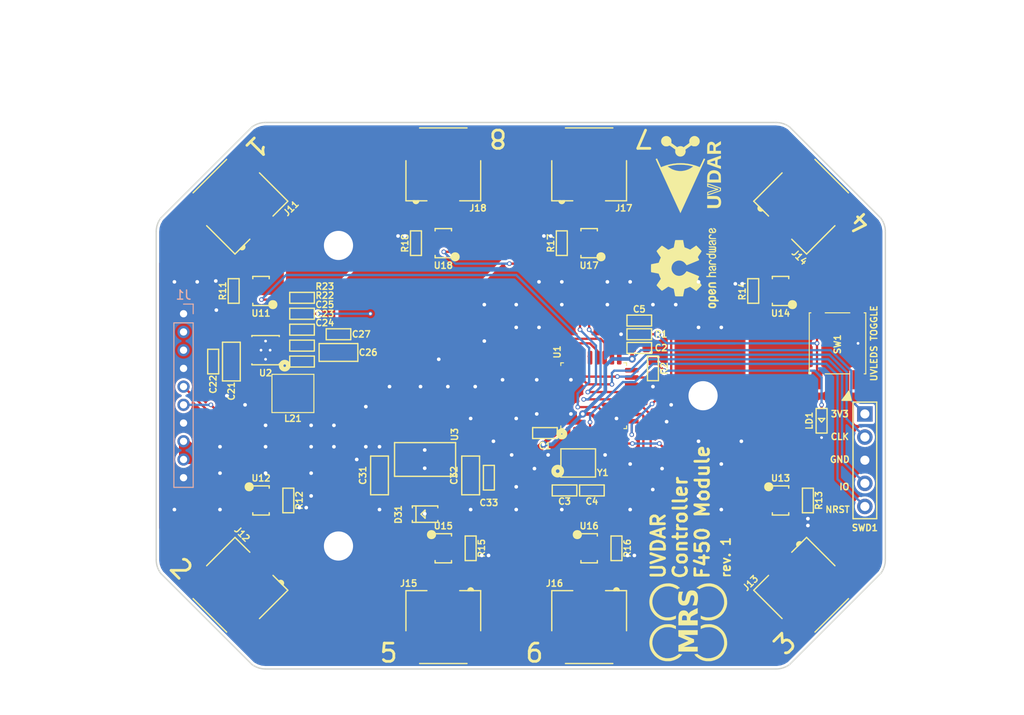
<source format=kicad_pcb>
(kicad_pcb (version 20171130) (host pcbnew 5.1.7-a382d34a8~88~ubuntu20.04.1)
  (layers (0 F.Cu signal) (31 B.Cu signal) (34 B.Paste user) (35 F.Paste user) (36 B.SilkS user) (37 F.SilkS user) (38 B.Mask user) (39 F.Mask user) (44 Edge.Cuts user))
  (net 0 "")
  (net 1 GND)
  (net 2 "Net-(R11-Pad1)")
  (net 3 "Net-(C23-Pad1)")
  (net 4 "Net-(R18-Pad1)")
  (net 5 "Net-(R17-Pad1)")
  (net 6 "Net-(R16-Pad1)")
  (net 7 "Net-(R15-Pad1)")
  (net 8 "Net-(R14-Pad1)")
  (net 9 "Net-(R13-Pad1)")
  (net 10 "Net-(R12-Pad1)")
  (net 11 +3V3)
  (net 12 "Net-(C4-Pad1)")
  (net 13 "Net-(C24-Pad1)")
  (net 14 /NRST)
  (net 15 /PWM7)
  (net 16 /UV_LED_K7)
  (net 17 /UV_LED_K1)
  (net 18 /PWM1)
  (net 19 /PWM2)
  (net 20 /UV_LED_K2)
  (net 21 /UV_LED_K3)
  (net 22 /PWM3)
  (net 23 /PWM5)
  (net 24 /UV_LED_K5)
  (net 25 /UV_LED_K6)
  (net 26 /PWM6)
  (net 27 /PWM8)
  (net 28 /UV_LED_K8)
  (net 29 /UV_LED_K4)
  (net 30 /PWM4)
  (net 31 VBAT)
  (net 32 +5V)
  (net 33 /SWDIO)
  (net 34 /SWCLK)
  (net 35 "Net-(C3-Pad1)")
  (net 36 /SWITCH)
  (net 37 /UART_TX)
  (net 38 /UART_RX)
  (net 39 +8V)
  (net 40 "Net-(LD1-Pad2)")
  (net 41 /LED)
  (net 42 "Net-(C24-Pad2)")
  (net 43 "/Buck 8V/U4_FB")
  (module MRS_Passives:C1206 (layer F.Cu) (at 94.5 108.75 90)
    (fp_text reference C32 (at 0 -1.82 90) (layer F.SilkS) (effects (font (size 0.7 0.7))))
    (fp_text value 10uF/35V hide)
    (pad 2 smd roundrect (at 1.4 0 90) (size 1.25 1.75) (layers F.Cu F.Paste F.Mask) (roundrect_rratio 0.2) (net 1 GND))
    (pad 1 smd roundrect (at -1.4 0 90) (size 1.25 1.75) (layers F.Cu F.Paste F.Mask) (roundrect_rratio 0.2) (net 11 +3V3))
  )
  (module MRS_Passives:C1206 (layer F.Cu) (at 84.5 108.75 90)
    (fp_text reference C31 (at 0 -1.82 90) (layer F.SilkS) (effects (font (size 0.7 0.7))))
    (fp_text value 10uF/35V hide)
    (pad 2 smd roundrect (at 1.4 0 90) (size 1.25 1.75) (layers F.Cu F.Paste F.Mask) (roundrect_rratio 0.2) (net 1 GND))
    (pad 1 smd roundrect (at -1.4 0 90) (size 1.25 1.75) (layers F.Cu F.Paste F.Mask) (roundrect_rratio 0.2) (net 32 +5V))
  )
  (module MRS_SON:WSON12_3x3mm (layer F.Cu) (at 72 95 180)
    (fp_text reference U2 (at 0 -2.5) (layer F.SilkS) (effects (font (size 0.7 0.7))))
    (fp_text value LMR23625CFPDRRR hide)
    (pad 0 thru_hole circle (at 0 1) (size 0.5 0.5) (drill 0.3) (layers *.Cu *.Mask) (net 1 GND))
    (pad 0 thru_hole circle (at 0 -1) (size 0.5 0.5) (drill 0.3) (layers *.Cu *.Mask) (net 1 GND))
    (pad 0 thru_hole circle (at 0.5 0) (size 0.5 0.5) (drill 0.3) (layers *.Cu *.Mask) (net 1 GND))
    (pad 0 thru_hole circle (at -0.5 0) (size 0.5 0.5) (drill 0.3) (layers *.Cu *.Mask) (net 1 GND))
    (pad 0 smd rect (at 0 0) (size 1.7 2.5) (layers F.Cu F.Mask) (net 1 GND))
    (pad 10 smd rect (at 1.435 -0.25) (size 0.6 0.25) (layers F.Cu F.Paste F.Mask) (net 31 VBAT))
    (pad 7 smd rect (at 1.435 1.25) (size 0.6 0.25) (layers F.Cu F.Paste F.Mask) (net 1 GND))
    (pad 11 smd rect (at 1.435 -0.75) (size 0.6 0.25) (layers F.Cu F.Paste F.Mask))
    (pad 9 smd rect (at 1.435 0.25) (size 0.6 0.25) (layers F.Cu F.Paste F.Mask) (net 31 VBAT))
    (pad 12 smd rect (at 1.435 -1.25) (size 0.6 0.25) (layers F.Cu F.Paste F.Mask) (net 1 GND))
    (pad 8 smd rect (at 1.435 0.75) (size 0.6 0.25) (layers F.Cu F.Paste F.Mask) (net 31 VBAT))
    (pad 6 smd rect (at -1.435 1.25 180) (size 0.6 0.25) (layers F.Cu F.Paste F.Mask))
    (pad 5 smd rect (at -1.435 0.75 180) (size 0.6 0.25) (layers F.Cu F.Paste F.Mask) (net 43 "/Buck 8V/U4_FB"))
    (pad 4 smd rect (at -1.435 0.25 180) (size 0.6 0.25) (layers F.Cu F.Paste F.Mask) (net 3 "Net-(C23-Pad1)"))
    (pad 3 smd rect (at -1.435 -0.25 180) (size 0.6 0.25) (layers F.Cu F.Paste F.Mask) (net 13 "Net-(C24-Pad1)"))
    (pad 2 smd rect (at -1.435 -0.75 180) (size 0.6 0.25) (layers F.Cu F.Paste F.Mask) (net 42 "Net-(C24-Pad2)"))
    (pad 1 smd rect (at -1.435 -1.25 180) (size 0.6 0.25) (layers F.Cu F.Paste F.Mask) (net 42 "Net-(C24-Pad2)"))
  )
  (module MRS_Passives:R0603 (layer F.Cu) (at 76 89.25)
    (fp_text reference R23 (at 2.5 -1.25) (layer F.SilkS) (effects (font (size 0.7 0.7))))
    (fp_text value 22k1 hide)
    (pad 1 smd rect (at -0.7875 0) (size 0.875 0.95) (layers F.Cu F.Paste F.Mask) (net 43 "/Buck 8V/U4_FB"))
    (pad 2 smd rect (at 0.7875 0) (size 0.875 0.95) (layers F.Cu F.Paste F.Mask) (net 1 GND))
  )
  (module MRS_Passives:R0603 (layer F.Cu) (at 76 91 180)
    (fp_text reference R22 (at -2.5 2) (layer F.SilkS) (effects (font (size 0.7 0.7))))
    (fp_text value 154k7 hide)
    (pad 1 smd rect (at -0.7875 0 180) (size 0.875 0.95) (layers F.Cu F.Paste F.Mask) (net 39 +8V))
    (pad 2 smd rect (at 0.7875 0 180) (size 0.875 0.95) (layers F.Cu F.Paste F.Mask) (net 43 "/Buck 8V/U4_FB"))
  )
  (module MRS_Passives:L_ASPI-0418 (layer F.Cu) (at 75 99.75)
    (fp_text reference L21 (at 0 2.75) (layer F.SilkS) (effects (font (size 0.7 0.7))))
    (fp_text value 2.2uH hide)
    (pad 2 smd rect (at 1.5 0 180) (size 1.4 4) (layers F.Cu F.Paste F.Mask) (net 39 +8V))
    (pad 1 smd rect (at -1.5 0 180) (size 1.4 4) (layers F.Cu F.Paste F.Mask) (net 42 "Net-(C24-Pad2)"))
  )
  (module MRS_Passives:C0603 (layer F.Cu) (at 80 93.25 180)
    (fp_text reference C27 (at -2.5 0) (layer F.SilkS) (effects (font (size 0.7 0.7))))
    (fp_text value 0.1uF/50V hide)
    (pad 1 smd roundrect (at -0.7875 0 180) (size 0.875 0.95) (layers F.Cu F.Paste F.Mask) (net 39 +8V))
    (pad 2 smd roundrect (at 0.7875 0 180) (size 0.875 0.95) (layers F.Cu F.Paste F.Mask) (net 1 GND))
  )
  (module MRS_Passives:C1206 (layer F.Cu) (at 80 95.25 180)
    (fp_text reference C26 (at -3.25 0) (layer F.SilkS) (effects (font (size 0.7 0.7))))
    (fp_text value 47uF/10V hide)
    (pad 2 smd roundrect (at 1.4 0 180) (size 1.25 1.75) (layers F.Cu F.Paste F.Mask) (roundrect_rratio 0.2) (net 1 GND))
    (pad 1 smd roundrect (at -1.4 0 180) (size 1.25 1.75) (layers F.Cu F.Paste F.Mask) (roundrect_rratio 0.2) (net 39 +8V))
  )
  (module MRS_Passives:C0603 (layer F.Cu) (at 76 92.75 180)
    (fp_text reference C25 (at -2.5 2.75) (layer F.SilkS) (effects (font (size 0.7 0.7))))
    (fp_text value 0.1uF/50V hide)
    (pad 1 smd roundrect (at -0.7875 0 180) (size 0.875 0.95) (layers F.Cu F.Paste F.Mask) (net 39 +8V))
    (pad 2 smd roundrect (at 0.7875 0 180) (size 0.875 0.95) (layers F.Cu F.Paste F.Mask) (net 43 "/Buck 8V/U4_FB"))
  )
  (module MRS_Passives:C0603 (layer F.Cu) (at 76 96.25 180)
    (fp_text reference C24 (at -2.5 4.25) (layer F.SilkS) (effects (font (size 0.7 0.7))))
    (fp_text value 0.1uF/50V hide)
    (pad 1 smd roundrect (at -0.7875 0 180) (size 0.875 0.95) (layers F.Cu F.Paste F.Mask) (net 13 "Net-(C24-Pad1)"))
    (pad 2 smd roundrect (at 0.7875 0 180) (size 0.875 0.95) (layers F.Cu F.Paste F.Mask) (net 42 "Net-(C24-Pad2)"))
  )
  (module MRS_Passives:C0603 (layer F.Cu) (at 76 94.5)
    (fp_text reference C23 (at 2.5 -3.5) (layer F.SilkS) (effects (font (size 0.7 0.7))))
    (fp_text value 2.2uF/35V hide)
    (pad 1 smd roundrect (at -0.7875 0) (size 0.875 0.95) (layers F.Cu F.Paste F.Mask) (net 3 "Net-(C23-Pad1)"))
    (pad 2 smd roundrect (at 0.7875 0) (size 0.875 0.95) (layers F.Cu F.Paste F.Mask) (net 1 GND))
  )
  (module MRS_Passives:C0603 (layer F.Cu) (at 66.25 96.25 270)
    (fp_text reference C22 (at 2.5 0 90) (layer F.SilkS) (effects (font (size 0.7 0.7))))
    (fp_text value 0.1uF/50V hide)
    (pad 1 smd roundrect (at -0.7875 0 270) (size 0.875 0.95) (layers F.Cu F.Paste F.Mask) (net 31 VBAT))
    (pad 2 smd roundrect (at 0.7875 0 270) (size 0.875 0.95) (layers F.Cu F.Paste F.Mask) (net 1 GND))
  )
  (module MRS_Passives:C1206 (layer F.Cu) (at 68.25 96.25 270)
    (fp_text reference C21 (at 3.25 0 90) (layer F.SilkS) (effects (font (size 0.7 0.7))))
    (fp_text value 10uF/35V hide)
    (pad 2 smd roundrect (at 1.4 0 270) (size 1.25 1.75) (layers F.Cu F.Paste F.Mask) (roundrect_rratio 0.2) (net 1 GND))
    (pad 1 smd roundrect (at -1.4 0 270) (size 1.25 1.75) (layers F.Cu F.Paste F.Mask) (roundrect_rratio 0.2) (net 31 VBAT))
  )
  (module MRS_Passives:R0603 (layer F.Cu) (at 114.5 97 90)
    (fp_text reference R2 (at 0 1.25 90) (layer F.SilkS) (effects (font (size 0.7 0.7))))
    (fp_text value 1k hide)
    (pad 1 smd rect (at -0.7875 0 90) (size 0.875 0.95) (layers F.Cu F.Paste F.Mask) (net 41 /LED))
    (pad 2 smd rect (at 0.7875 0 90) (size 0.875 0.95) (layers F.Cu F.Paste F.Mask) (net 40 "Net-(LD1-Pad2)"))
  )
  (module MRS_Diodes:LED_0603 (layer F.Cu) (at 133 102.75 90)
    (fp_text reference LD1 (at 0 -1.35 90) (layer F.SilkS) (effects (font (size 0.7 0.7))))
    (fp_text value BLUE hide)
    (pad 1 smd rect (at -0.7875 0 90) (size 0.875 0.95) (layers F.Cu F.Paste F.Mask) (net 1 GND))
    (pad 2 smd rect (at 0.7875 0 90) (size 0.875 0.95) (layers F.Cu F.Paste F.Mask) (net 40 "Net-(LD1-Pad2)"))
  )
  (module Symbol:OSHW-Logo2_9.8x8mm_SilkScreen (layer F.Cu) (at 118 86 90)
    (fp_text reference LOGO3 hide)
    (fp_text value Logo_Open_Hardware_Small hide)
  )
  (module MRS_Logo:UVDAR_10mm (layer F.Cu) (at 118.5 75.5 90)
    (fp_text reference LOGO2 hide)
    (fp_text value UVDAR_Logo hide)
  )
  (module MRS_Connectors:Header_1x05_P2.54mm (layer F.Cu) (at 137.75 102)
    (fp_text reference SWD1 (at 0 12.5) (layer F.SilkS) (effects (font (size 0.7 0.7))))
    (fp_text value SWO hide)
    (pad 5 thru_hole oval (at 0 10.16) (size 1.7 1.7) (drill 1) (layers *.Cu *.Mask) (net 14 /NRST))
    (pad 4 thru_hole oval (at 0 7.62) (size 1.7 1.7) (drill 1) (layers *.Cu *.Mask) (net 33 /SWDIO))
    (pad 3 thru_hole oval (at 0 5.08) (size 1.7 1.7) (drill 1) (layers *.Cu *.Mask) (net 1 GND))
    (pad 2 thru_hole oval (at 0 2.54) (size 1.7 1.7) (drill 1) (layers *.Cu *.Mask) (net 34 /SWCLK))
    (pad 1 thru_hole rect (at 0 0) (size 1.7 1.7) (drill 1) (layers *.Cu *.Mask) (net 11 +3V3))
  )
  (module MRS_Passives:C0603 (layer F.Cu) (at 113 94.75)
    (fp_text reference C2 (at 2.4 0 180) (layer F.SilkS) (effects (font (size 0.7 0.7))))
    (fp_text value 0.1uF/50V hide)
    (pad 1 smd roundrect (at -0.7875 0) (size 0.875 0.95) (layers F.Cu F.Paste F.Mask) (net 11 +3V3))
    (pad 2 smd roundrect (at 0.7875 0) (size 0.875 0.95) (layers F.Cu F.Paste F.Mask) (net 1 GND))
  )
  (module MRS_SOT:SOT-26-6 (layer F.Cu) (at 71.5 88.5 180)
    (fp_text reference U11 (at 0 -2.45 180) (layer F.SilkS) (effects (font (size 0.7 0.7))))
    (fp_text value BCR421UW6 hide)
    (pad 1 smd rect (at -1.3 -0.95 180) (size 1 0.55) (layers F.Cu F.Paste F.Mask) (net 18 /PWM1))
    (pad 2 smd rect (at -1.3 0 180) (size 1 0.55) (layers F.Cu F.Paste F.Mask) (net 17 /UV_LED_K1))
    (pad 3 smd rect (at -1.3 0.95 180) (size 1 0.55) (layers F.Cu F.Paste F.Mask) (net 17 /UV_LED_K1))
    (pad 4 smd rect (at 1.3 0.95 180) (size 1 0.55) (layers F.Cu F.Paste F.Mask) (net 1 GND))
    (pad 5 smd rect (at 1.3 0 180) (size 1 0.55) (layers F.Cu F.Paste F.Mask) (net 17 /UV_LED_K1))
    (pad 6 smd rect (at 1.3 -0.95 180) (size 1 0.55) (layers F.Cu F.Paste F.Mask) (net 2 "Net-(R11-Pad1)"))
  )
  (module MRS_Passives:R0603 (layer F.Cu) (at 68.5 88.5 90)
    (fp_text reference R11 (at 0 -1.2 270) (layer F.SilkS) (effects (font (size 0.7 0.7))))
    (fp_text value 3R3-0.5% hide)
    (pad 2 smd rect (at 0.7875 0 90) (size 0.875 0.95) (layers F.Cu F.Paste F.Mask) (net 1 GND))
    (pad 1 smd rect (at -0.7875 0 90) (size 0.875 0.95) (layers F.Cu F.Paste F.Mask) (net 2 "Net-(R11-Pad1)"))
  )
  (module MRS_SOT:SOT-26-6 (layer F.Cu) (at 128.5 111.5)
    (fp_text reference U13 (at 0 -2.45 180) (layer F.SilkS) (effects (font (size 0.7 0.7))))
    (fp_text value BCR421UW6 hide)
    (pad 1 smd rect (at -1.3 -0.95) (size 1 0.55) (layers F.Cu F.Paste F.Mask) (net 22 /PWM3))
    (pad 2 smd rect (at -1.3 0) (size 1 0.55) (layers F.Cu F.Paste F.Mask) (net 21 /UV_LED_K3))
    (pad 3 smd rect (at -1.3 0.95) (size 1 0.55) (layers F.Cu F.Paste F.Mask) (net 21 /UV_LED_K3))
    (pad 4 smd rect (at 1.3 0.95) (size 1 0.55) (layers F.Cu F.Paste F.Mask) (net 1 GND))
    (pad 5 smd rect (at 1.3 0) (size 1 0.55) (layers F.Cu F.Paste F.Mask) (net 21 /UV_LED_K3))
    (pad 6 smd rect (at 1.3 -0.95) (size 1 0.55) (layers F.Cu F.Paste F.Mask) (net 9 "Net-(R13-Pad1)"))
  )
  (module MRS_Passives:R0603 (layer F.Cu) (at 131.5 111.5 270)
    (fp_text reference R13 (at 0 -1.2 270) (layer F.SilkS) (effects (font (size 0.7 0.7))))
    (fp_text value 3R3-0.5% hide)
    (pad 2 smd rect (at 0.7875 0 270) (size 0.875 0.95) (layers F.Cu F.Paste F.Mask) (net 1 GND))
    (pad 1 smd rect (at -0.7875 0 270) (size 0.875 0.95) (layers F.Cu F.Paste F.Mask) (net 9 "Net-(R13-Pad1)"))
  )
  (module MRS_SOT:SOT-26-6 (layer F.Cu) (at 128.5 88.5 180)
    (fp_text reference U14 (at 0 -2.45 180) (layer F.SilkS) (effects (font (size 0.7 0.7))))
    (fp_text value BCR421UW6 hide)
    (pad 1 smd rect (at -1.3 -0.95 180) (size 1 0.55) (layers F.Cu F.Paste F.Mask) (net 30 /PWM4))
    (pad 2 smd rect (at -1.3 0 180) (size 1 0.55) (layers F.Cu F.Paste F.Mask) (net 29 /UV_LED_K4))
    (pad 3 smd rect (at -1.3 0.95 180) (size 1 0.55) (layers F.Cu F.Paste F.Mask) (net 29 /UV_LED_K4))
    (pad 4 smd rect (at 1.3 0.95 180) (size 1 0.55) (layers F.Cu F.Paste F.Mask) (net 1 GND))
    (pad 5 smd rect (at 1.3 0 180) (size 1 0.55) (layers F.Cu F.Paste F.Mask) (net 29 /UV_LED_K4))
    (pad 6 smd rect (at 1.3 -0.95 180) (size 1 0.55) (layers F.Cu F.Paste F.Mask) (net 8 "Net-(R14-Pad1)"))
  )
  (module MRS_Passives:R0603 (layer F.Cu) (at 125.5 88.5 90)
    (fp_text reference R14 (at 0 -1.2 270) (layer F.SilkS) (effects (font (size 0.7 0.7))))
    (fp_text value 3R3-0.5% hide)
    (pad 2 smd rect (at 0.7875 0 90) (size 0.875 0.95) (layers F.Cu F.Paste F.Mask) (net 1 GND))
    (pad 1 smd rect (at -0.7875 0 90) (size 0.875 0.95) (layers F.Cu F.Paste F.Mask) (net 8 "Net-(R14-Pad1)"))
  )
  (module MRS_SOT:SOT-26-6 (layer F.Cu) (at 91.5 83.25 180)
    (fp_text reference U18 (at 0 -2.45 180) (layer F.SilkS) (effects (font (size 0.7 0.7))))
    (fp_text value BCR421UW6 hide)
    (pad 6 smd rect (at 1.3 -0.95 180) (size 1 0.55) (layers F.Cu F.Paste F.Mask) (net 4 "Net-(R18-Pad1)"))
    (pad 5 smd rect (at 1.3 0 180) (size 1 0.55) (layers F.Cu F.Paste F.Mask) (net 28 /UV_LED_K8))
    (pad 4 smd rect (at 1.3 0.95 180) (size 1 0.55) (layers F.Cu F.Paste F.Mask) (net 1 GND))
    (pad 3 smd rect (at -1.3 0.95 180) (size 1 0.55) (layers F.Cu F.Paste F.Mask) (net 28 /UV_LED_K8))
    (pad 2 smd rect (at -1.3 0 180) (size 1 0.55) (layers F.Cu F.Paste F.Mask) (net 28 /UV_LED_K8))
    (pad 1 smd rect (at -1.3 -0.95 180) (size 1 0.55) (layers F.Cu F.Paste F.Mask) (net 27 /PWM8))
  )
  (module MRS_Passives:R0603 (layer F.Cu) (at 88.5 83.25 90)
    (fp_text reference R18 (at 0 -1.2 270) (layer F.SilkS) (effects (font (size 0.7 0.7))))
    (fp_text value 3R3-0.5% hide)
    (pad 1 smd rect (at -0.7875 0 90) (size 0.875 0.95) (layers F.Cu F.Paste F.Mask) (net 4 "Net-(R18-Pad1)"))
    (pad 2 smd rect (at 0.7875 0 90) (size 0.875 0.95) (layers F.Cu F.Paste F.Mask) (net 1 GND))
  )
  (module MRS_SOT:SOT-26-6 (layer F.Cu) (at 107.5 83.25 180)
    (fp_text reference U17 (at 0 -2.45 180) (layer F.SilkS) (effects (font (size 0.7 0.7))))
    (fp_text value BCR421UW6 hide)
    (pad 6 smd rect (at 1.3 -0.95 180) (size 1 0.55) (layers F.Cu F.Paste F.Mask) (net 5 "Net-(R17-Pad1)"))
    (pad 5 smd rect (at 1.3 0 180) (size 1 0.55) (layers F.Cu F.Paste F.Mask) (net 16 /UV_LED_K7))
    (pad 4 smd rect (at 1.3 0.95 180) (size 1 0.55) (layers F.Cu F.Paste F.Mask) (net 1 GND))
    (pad 3 smd rect (at -1.3 0.95 180) (size 1 0.55) (layers F.Cu F.Paste F.Mask) (net 16 /UV_LED_K7))
    (pad 2 smd rect (at -1.3 0 180) (size 1 0.55) (layers F.Cu F.Paste F.Mask) (net 16 /UV_LED_K7))
    (pad 1 smd rect (at -1.3 -0.95 180) (size 1 0.55) (layers F.Cu F.Paste F.Mask) (net 15 /PWM7))
  )
  (module MRS_Passives:R0603 (layer F.Cu) (at 104.5 83.25 90)
    (fp_text reference R17 (at 0 -1.2 270) (layer F.SilkS) (effects (font (size 0.7 0.7))))
    (fp_text value 3R3-0.5% hide)
    (pad 1 smd rect (at -0.7875 0 90) (size 0.875 0.95) (layers F.Cu F.Paste F.Mask) (net 5 "Net-(R17-Pad1)"))
    (pad 2 smd rect (at 0.7875 0 90) (size 0.875 0.95) (layers F.Cu F.Paste F.Mask) (net 1 GND))
  )
  (module MRS_SOT:SOT-26-6 (layer F.Cu) (at 107.5 116.75)
    (fp_text reference U16 (at 0 -2.45 180) (layer F.SilkS) (effects (font (size 0.7 0.7))))
    (fp_text value BCR421UW6 hide)
    (pad 6 smd rect (at 1.3 -0.95) (size 1 0.55) (layers F.Cu F.Paste F.Mask) (net 6 "Net-(R16-Pad1)"))
    (pad 5 smd rect (at 1.3 0) (size 1 0.55) (layers F.Cu F.Paste F.Mask) (net 25 /UV_LED_K6))
    (pad 4 smd rect (at 1.3 0.95) (size 1 0.55) (layers F.Cu F.Paste F.Mask) (net 1 GND))
    (pad 3 smd rect (at -1.3 0.95) (size 1 0.55) (layers F.Cu F.Paste F.Mask) (net 25 /UV_LED_K6))
    (pad 2 smd rect (at -1.3 0) (size 1 0.55) (layers F.Cu F.Paste F.Mask) (net 25 /UV_LED_K6))
    (pad 1 smd rect (at -1.3 -0.95) (size 1 0.55) (layers F.Cu F.Paste F.Mask) (net 26 /PWM6))
  )
  (module MRS_Passives:R0603 (layer F.Cu) (at 110.5 116.75 270)
    (fp_text reference R16 (at 0 -1.2 270) (layer F.SilkS) (effects (font (size 0.7 0.7))))
    (fp_text value 3R3-0.5% hide)
    (pad 1 smd rect (at -0.7875 0 270) (size 0.875 0.95) (layers F.Cu F.Paste F.Mask) (net 6 "Net-(R16-Pad1)"))
    (pad 2 smd rect (at 0.7875 0 270) (size 0.875 0.95) (layers F.Cu F.Paste F.Mask) (net 1 GND))
  )
  (module MRS_SOT:SOT-26-6 (layer F.Cu) (at 91.5 116.75)
    (fp_text reference U15 (at 0 -2.45 180) (layer F.SilkS) (effects (font (size 0.7 0.7))))
    (fp_text value BCR421UW6 hide)
    (pad 1 smd rect (at -1.3 -0.95) (size 1 0.55) (layers F.Cu F.Paste F.Mask) (net 23 /PWM5))
    (pad 2 smd rect (at -1.3 0) (size 1 0.55) (layers F.Cu F.Paste F.Mask) (net 24 /UV_LED_K5))
    (pad 3 smd rect (at -1.3 0.95) (size 1 0.55) (layers F.Cu F.Paste F.Mask) (net 24 /UV_LED_K5))
    (pad 4 smd rect (at 1.3 0.95) (size 1 0.55) (layers F.Cu F.Paste F.Mask) (net 1 GND))
    (pad 5 smd rect (at 1.3 0) (size 1 0.55) (layers F.Cu F.Paste F.Mask) (net 24 /UV_LED_K5))
    (pad 6 smd rect (at 1.3 -0.95) (size 1 0.55) (layers F.Cu F.Paste F.Mask) (net 7 "Net-(R15-Pad1)"))
  )
  (module MRS_Passives:R0603 (layer F.Cu) (at 94.5 116.75 270)
    (fp_text reference R15 (at 0 -1.2 270) (layer F.SilkS) (effects (font (size 0.7 0.7))))
    (fp_text value 3R3-0.5% hide)
    (pad 2 smd rect (at 0.7875 0 270) (size 0.875 0.95) (layers F.Cu F.Paste F.Mask) (net 1 GND))
    (pad 1 smd rect (at -0.7875 0 270) (size 0.875 0.95) (layers F.Cu F.Paste F.Mask) (net 7 "Net-(R15-Pad1)"))
  )
  (module MRS_Connectors:PinHeader_1x10_P2.00mm_Vertical (layer B.Cu) (at 63 91 180)
    (fp_text reference J1 (at 0 2.06) (layer B.SilkS) (effects (justify mirror)))
    (fp_text value Header_1x10 hide)
    (pad 1 thru_hole rect (at 0 0 180) (size 1.35 1.35) (drill 0.8) (layers *.Cu *.Mask) (net 1 GND))
    (pad 2 thru_hole oval (at 0 -2 180) (size 1.35 1.35) (drill 0.8) (layers *.Cu *.Mask) (net 31 VBAT))
    (pad 3 thru_hole oval (at 0 -4 180) (size 1.35 1.35) (drill 0.8) (layers *.Cu *.Mask) (net 31 VBAT))
    (pad 4 thru_hole oval (at 0 -6 180) (size 1.35 1.35) (drill 0.8) (layers *.Cu *.Mask) (net 1 GND))
    (pad 5 thru_hole oval (at 0 -8 180) (size 1.35 1.35) (drill 0.8) (layers *.Cu *.Mask) (net 38 /UART_RX))
    (pad 6 thru_hole oval (at 0 -10 180) (size 1.35 1.35) (drill 0.8) (layers *.Cu *.Mask) (net 37 /UART_TX))
    (pad 7 thru_hole oval (at 0 -12 180) (size 1.35 1.35) (drill 0.8) (layers *.Cu *.Mask) (net 1 GND))
    (pad 8 thru_hole oval (at 0 -14 180) (size 1.35 1.35) (drill 0.8) (layers *.Cu *.Mask) (net 32 +5V))
    (pad 9 thru_hole oval (at 0 -16 180) (size 1.35 1.35) (drill 0.8) (layers *.Cu *.Mask) (net 32 +5V))
    (pad 10 thru_hole oval (at 0 -18 180) (size 1.35 1.35) (drill 0.8) (layers *.Cu *.Mask) (net 1 GND))
  )
  (module MRS_Mechanical:Mounting_hole_plated_3,2mm_thin (layer F.Cu) (at 120 100)
    (fp_text reference H3 hide)
    (fp_text value Mounting_hole_plated_3,2mm hide)
    (pad 1 thru_hole circle (at 0 0) (size 4 4) (drill 3.2) (layers *.Cu *.Mask) (net 1 GND))
  )
  (module MRS_Mechanical:Mounting_hole_plated_3,2mm_thin (layer F.Cu) (at 80 116.5)
    (fp_text reference H2 hide)
    (fp_text value Mounting_hole_plated_3,2mm hide)
    (pad 1 thru_hole circle (at 0 0) (size 4 4) (drill 3.2) (layers *.Cu *.Mask) (net 1 GND))
  )
  (module MRS_Mechanical:Mounting_hole_plated_3,2mm_thin (layer F.Cu) (at 80 83.5)
    (fp_text reference H1 hide)
    (fp_text value Mounting_hole_plated_3,2mm hide)
    (pad 1 thru_hole circle (at 0 0) (size 4 4) (drill 3.2) (layers *.Cu *.Mask) (net 1 GND))
  )
  (module MRS_Passives:R0603 (layer F.Cu) (at 113 93.25)
    (fp_text reference R1 (at 2.4 0 180) (layer F.SilkS) (effects (font (size 0.7 0.7))))
    (fp_text value 10k hide)
    (pad 2 smd rect (at 0.7875 0) (size 0.875 0.95) (layers F.Cu F.Paste F.Mask) (net 36 /SWITCH))
    (pad 1 smd rect (at -0.7875 0) (size 0.875 0.95) (layers F.Cu F.Paste F.Mask) (net 11 +3V3))
  )
  (module MRS_Logo:MRS_10mm (layer F.Cu) (at 118.75 124.5 90)
    (fp_text reference LOGO1 hide)
    (fp_text value MRS_Logo hide)
  )
  (module MRS_Switches:Tactile_Switch_6x6_SMT (layer F.Cu) (at 134.75 94.25 270)
    (fp_text reference SW1 (at 0.1 0 90) (layer F.SilkS) (effects (font (size 0.7 0.7))))
    (fp_text value Push-Switch_SMT_6x6mm hide)
    (pad 2 smd rect (at 4 2.25 270) (size 2.1 1.2) (layers F.Cu F.Paste F.Mask) (net 36 /SWITCH))
    (pad 1 smd rect (at 4 -2.25 270) (size 2.1 1.2) (layers F.Cu F.Paste F.Mask) (net 1 GND))
    (pad 2 smd rect (at -4 2.25 270) (size 2.1 1.2) (layers F.Cu F.Paste F.Mask) (net 36 /SWITCH))
    (pad 1 smd rect (at -4 -2.25 270) (size 2.1 1.2) (layers F.Cu F.Paste F.Mask) (net 1 GND))
  )
  (module MRS_Passives:C0603 (layer F.Cu) (at 113 91.75)
    (fp_text reference C5 (at 0 -1.25) (layer F.SilkS) (effects (font (size 0.7 0.7))))
    (fp_text value 0.1uF/50V hide)
    (pad 2 smd roundrect (at 0.7875 0) (size 0.875 0.95) (layers F.Cu F.Paste F.Mask) (net 1 GND))
    (pad 1 smd roundrect (at -0.7875 0) (size 0.875 0.95) (layers F.Cu F.Paste F.Mask) (net 36 /SWITCH))
  )
  (module MRS_Passives:C0603 (layer F.Cu) (at 96.5 109 90)
    (fp_text reference C33 (at -2.75 0 180) (layer F.SilkS) (effects (font (size 0.7 0.7))))
    (fp_text value 0.1uF/50V hide)
    (pad 1 smd roundrect (at -0.7875 0 90) (size 0.875 0.95) (layers F.Cu F.Paste F.Mask) (net 11 +3V3))
    (pad 2 smd roundrect (at 0.7875 0 90) (size 0.875 0.95) (layers F.Cu F.Paste F.Mask) (net 1 GND))
  )
  (module MRS_Passives:C0603 (layer F.Cu) (at 107.8 110.4 180)
    (fp_text reference C4 (at 0 -1.2 180) (layer F.SilkS) (effects (font (size 0.7 0.7))))
    (fp_text value 10pF/50V hide)
    (pad 1 smd roundrect (at -0.7875 0 180) (size 0.875 0.95) (layers F.Cu F.Paste F.Mask) (net 12 "Net-(C4-Pad1)"))
    (pad 2 smd roundrect (at 0.7875 0 180) (size 0.875 0.95) (layers F.Cu F.Paste F.Mask) (net 1 GND))
  )
  (module MRS_Passives:C0603 (layer F.Cu) (at 104.8 110.4 180)
    (fp_text reference C3 (at 0 -1.2 180) (layer F.SilkS) (effects (font (size 0.7 0.7))))
    (fp_text value 10pF/50V hide)
    (pad 1 smd roundrect (at -0.7875 0 180) (size 0.875 0.95) (layers F.Cu F.Paste F.Mask) (net 35 "Net-(C3-Pad1)"))
    (pad 2 smd roundrect (at 0.7875 0 180) (size 0.875 0.95) (layers F.Cu F.Paste F.Mask) (net 1 GND))
  )
  (module MRS_Passives:C0603 (layer F.Cu) (at 102.65 104.1 180)
    (fp_text reference C1 (at 0 -1.4 180) (layer F.SilkS) (effects (font (size 0.7 0.7))))
    (fp_text value 1uF/25V hide)
    (pad 1 smd roundrect (at -0.7875 0 180) (size 0.875 0.95) (layers F.Cu F.Paste F.Mask) (net 11 +3V3))
    (pad 2 smd roundrect (at 0.7875 0 180) (size 0.875 0.95) (layers F.Cu F.Paste F.Mask) (net 1 GND))
  )
  (module MRS_Passives:R0603 (layer F.Cu) (at 74.5 111.5 270)
    (fp_text reference R12 (at 0 -1.2 270) (layer F.SilkS) (effects (font (size 0.7 0.7))))
    (fp_text value 3R3-0.5% hide)
    (pad 1 smd rect (at -0.7875 0 270) (size 0.875 0.95) (layers F.Cu F.Paste F.Mask) (net 10 "Net-(R12-Pad1)"))
    (pad 2 smd rect (at 0.7875 0 270) (size 0.875 0.95) (layers F.Cu F.Paste F.Mask) (net 1 GND))
  )
  (module MRS_QFP:LQFP-32_7x7mm_P0.8mm (layer F.Cu) (at 108 100 90)
    (fp_text reference U1 (at 4.8 -4 90) (layer F.SilkS) (effects (font (size 0.7 0.7))))
    (fp_text value STM32F042K6T6 hide)
    (pad 32 smd roundrect (at -2.8 -4.175 90) (size 0.5 1.5) (layers F.Cu F.Paste F.Mask) (net 1 GND))
    (pad 31 smd roundrect (at -2 -4.175 90) (size 0.5 1.5) (layers F.Cu F.Paste F.Mask) (net 1 GND))
    (pad 30 smd roundrect (at -1.2 -4.175 90) (size 0.5 1.5) (layers F.Cu F.Paste F.Mask))
    (pad 29 smd roundrect (at -0.4 -4.175 90) (size 0.5 1.5) (layers F.Cu F.Paste F.Mask))
    (pad 28 smd roundrect (at 0.4 -4.175 90) (size 0.5 1.5) (layers F.Cu F.Paste F.Mask))
    (pad 27 smd roundrect (at 1.2 -4.175 90) (size 0.5 1.5) (layers F.Cu F.Paste F.Mask))
    (pad 26 smd roundrect (at 2 -4.175 90) (size 0.5 1.5) (layers F.Cu F.Paste F.Mask))
    (pad 25 smd roundrect (at 2.8 -4.175 90) (size 0.5 1.5) (layers F.Cu F.Paste F.Mask))
    (pad 24 smd roundrect (at 4.175 -2.8 90) (size 1.5 0.5) (layers F.Cu F.Paste F.Mask) (net 34 /SWCLK))
    (pad 23 smd roundrect (at 4.175 -2 90) (size 1.5 0.5) (layers F.Cu F.Paste F.Mask) (net 33 /SWDIO))
    (pad 22 smd roundrect (at 4.175 -1.2 90) (size 1.5 0.5) (layers F.Cu F.Paste F.Mask))
    (pad 21 smd roundrect (at 4.175 -0.4 90) (size 1.5 0.5) (layers F.Cu F.Paste F.Mask))
    (pad 20 smd roundrect (at 4.175 0.4 90) (size 1.5 0.5) (layers F.Cu F.Paste F.Mask) (net 38 /UART_RX))
    (pad 19 smd roundrect (at 4.175 1.2 90) (size 1.5 0.5) (layers F.Cu F.Paste F.Mask) (net 37 /UART_TX))
    (pad 18 smd roundrect (at 4.175 2 90) (size 1.5 0.5) (layers F.Cu F.Paste F.Mask) (net 36 /SWITCH))
    (pad 17 smd roundrect (at 4.175 2.8 90) (size 1.5 0.5) (layers F.Cu F.Paste F.Mask) (net 11 +3V3))
    (pad 16 smd roundrect (at 2.8 4.175 90) (size 0.5 1.5) (layers F.Cu F.Paste F.Mask))
    (pad 15 smd roundrect (at 2 4.175 90) (size 0.5 1.5) (layers F.Cu F.Paste F.Mask) (net 41 /LED))
    (pad 14 smd roundrect (at 1.2 4.175 90) (size 0.5 1.5) (layers F.Cu F.Paste F.Mask))
    (pad 13 smd roundrect (at 0.4 4.175 90) (size 0.5 1.5) (layers F.Cu F.Paste F.Mask) (net 27 /PWM8))
    (pad 12 smd roundrect (at -0.4 4.175 90) (size 0.5 1.5) (layers F.Cu F.Paste F.Mask) (net 15 /PWM7))
    (pad 11 smd roundrect (at -1.2 4.175 90) (size 0.5 1.5) (layers F.Cu F.Paste F.Mask) (net 26 /PWM6))
    (pad 10 smd roundrect (at -2 4.175 90) (size 0.5 1.5) (layers F.Cu F.Paste F.Mask) (net 23 /PWM5))
    (pad 9 smd roundrect (at -2.8 4.175 90) (size 0.5 1.5) (layers F.Cu F.Paste F.Mask) (net 30 /PWM4))
    (pad 8 smd roundrect (at -4.175 2.8 90) (size 1.5 0.5) (layers F.Cu F.Paste F.Mask) (net 22 /PWM3))
    (pad 7 smd roundrect (at -4.175 2 90) (size 1.5 0.5) (layers F.Cu F.Paste F.Mask) (net 19 /PWM2))
    (pad 6 smd roundrect (at -4.175 1.2 90) (size 1.5 0.5) (layers F.Cu F.Paste F.Mask) (net 18 /PWM1))
    (pad 5 smd roundrect (at -4.175 0.4 90) (size 1.5 0.5) (layers F.Cu F.Paste F.Mask) (net 11 +3V3))
    (pad 4 smd roundrect (at -4.175 -0.4 90) (size 1.5 0.5) (layers F.Cu F.Paste F.Mask) (net 14 /NRST))
    (pad 3 smd roundrect (at -4.175 -1.2 90) (size 1.5 0.5) (layers F.Cu F.Paste F.Mask) (net 12 "Net-(C4-Pad1)"))
    (pad 2 smd roundrect (at -4.175 -2 90) (size 1.5 0.5) (layers F.Cu F.Paste F.Mask) (net 35 "Net-(C3-Pad1)"))
    (pad 1 smd roundrect (at -4.175 -2.8 90) (size 1.5 0.5) (layers F.Cu F.Paste F.Mask) (net 11 +3V3))
  )
  (module MRS_Connectors:JST_PH_2 (layer F.Cu) (at 91.5 75)
    (fp_text reference J18 (at 3.8 4.4 180) (layer F.SilkS) (effects (font (size 0.7 0.7))))
    (fp_text value JST-PH_2 hide)
    (pad 2 smd rect (at 1 3) (size 1.2 4) (layers F.Cu F.Paste F.Mask) (net 28 /UV_LED_K8))
    (pad 1 smd rect (at -1 3) (size 1.2 4) (layers F.Cu F.Paste F.Mask) (net 39 +8V))
    (pad 0 smd rect (at 3.7 -2.7) (size 1.8 3.4) (layers F.Cu F.Paste F.Mask) (net 39 +8V))
    (pad 0 smd rect (at -3.7 -2.7) (size 1.8 3.4) (layers F.Cu F.Paste F.Mask) (net 39 +8V))
  )
  (module MRS_Connectors:JST_PH_2 (layer F.Cu) (at 107.5 75)
    (fp_text reference J17 (at 3.8 4.4 180) (layer F.SilkS) (effects (font (size 0.7 0.7))))
    (fp_text value JST-PH_2 hide)
    (pad 2 smd rect (at 1 3) (size 1.2 4) (layers F.Cu F.Paste F.Mask) (net 16 /UV_LED_K7))
    (pad 1 smd rect (at -1 3) (size 1.2 4) (layers F.Cu F.Paste F.Mask) (net 39 +8V))
    (pad 0 smd rect (at 3.7 -2.7) (size 1.8 3.4) (layers F.Cu F.Paste F.Mask) (net 39 +8V))
    (pad 0 smd rect (at -3.7 -2.7) (size 1.8 3.4) (layers F.Cu F.Paste F.Mask) (net 39 +8V))
  )
  (module MRS_Connectors:JST_PH_2 (layer F.Cu) (at 107.5 125 180)
    (fp_text reference J16 (at 3.8 4.4 180) (layer F.SilkS) (effects (font (size 0.7 0.7))))
    (fp_text value JST-PH_2 hide)
    (pad 2 smd rect (at 1 3 180) (size 1.2 4) (layers F.Cu F.Paste F.Mask) (net 25 /UV_LED_K6))
    (pad 1 smd rect (at -1 3 180) (size 1.2 4) (layers F.Cu F.Paste F.Mask) (net 39 +8V))
    (pad 0 smd rect (at 3.7 -2.7 180) (size 1.8 3.4) (layers F.Cu F.Paste F.Mask) (net 39 +8V))
    (pad 0 smd rect (at -3.7 -2.7 180) (size 1.8 3.4) (layers F.Cu F.Paste F.Mask) (net 39 +8V))
  )
  (module MRS_Connectors:JST_PH_2 (layer F.Cu) (at 91.5 125 180)
    (fp_text reference J15 (at 3.8 4.4 180) (layer F.SilkS) (effects (font (size 0.7 0.7))))
    (fp_text value JST-PH_2 hide)
    (pad 2 smd rect (at 1 3 180) (size 1.2 4) (layers F.Cu F.Paste F.Mask) (net 24 /UV_LED_K5))
    (pad 1 smd rect (at -1 3 180) (size 1.2 4) (layers F.Cu F.Paste F.Mask) (net 39 +8V))
    (pad 0 smd rect (at 3.7 -2.7 180) (size 1.8 3.4) (layers F.Cu F.Paste F.Mask) (net 39 +8V))
    (pad 0 smd rect (at -3.7 -2.7 180) (size 1.8 3.4) (layers F.Cu F.Paste F.Mask) (net 39 +8V))
  )
  (module MRS_Connectors:JST_PH_2 (layer F.Cu) (at 131 79 315)
    (fp_text reference J14 (at 3.8 4.4 315) (layer F.SilkS) (effects (font (size 0.7 0.7))))
    (fp_text value JST-PH_2 hide)
    (pad 2 smd rect (at 1 3 315) (size 1.2 4) (layers F.Cu F.Paste F.Mask) (net 29 /UV_LED_K4))
    (pad 1 smd rect (at -1 3 315) (size 1.2 4) (layers F.Cu F.Paste F.Mask) (net 39 +8V))
    (pad 0 smd rect (at 3.7 -2.7 315) (size 1.8 3.4) (layers F.Cu F.Paste F.Mask) (net 39 +8V))
    (pad 0 smd rect (at -3.7 -2.7 315) (size 1.8 3.4) (layers F.Cu F.Paste F.Mask) (net 39 +8V))
  )
  (module MRS_Connectors:JST_PH_2 (layer F.Cu) (at 131 121 225)
    (fp_text reference J13 (at 3.8 4.4 225) (layer F.SilkS) (effects (font (size 0.7 0.7))))
    (fp_text value JST-PH_2 hide)
    (pad 2 smd rect (at 1 3 225) (size 1.2 4) (layers F.Cu F.Paste F.Mask) (net 21 /UV_LED_K3))
    (pad 1 smd rect (at -1 3 225) (size 1.2 4) (layers F.Cu F.Paste F.Mask) (net 39 +8V))
    (pad 0 smd rect (at 3.7 -2.7 225) (size 1.8 3.4) (layers F.Cu F.Paste F.Mask) (net 39 +8V))
    (pad 0 smd rect (at -3.7 -2.7 225) (size 1.8 3.4) (layers F.Cu F.Paste F.Mask) (net 39 +8V))
  )
  (module MRS_Connectors:JST_PH_2 (layer F.Cu) (at 69 121 135)
    (fp_text reference J12 (at 3.8 4.4 135) (layer F.SilkS) (effects (font (size 0.7 0.7))))
    (fp_text value JST-PH_2 hide)
    (pad 2 smd rect (at 1 3 135) (size 1.2 4) (layers F.Cu F.Paste F.Mask) (net 20 /UV_LED_K2))
    (pad 1 smd rect (at -1 3 135) (size 1.2 4) (layers F.Cu F.Paste F.Mask) (net 39 +8V))
    (pad 0 smd rect (at 3.7 -2.7 135) (size 1.8 3.4) (layers F.Cu F.Paste F.Mask) (net 39 +8V))
    (pad 0 smd rect (at -3.7 -2.7 135) (size 1.8 3.4) (layers F.Cu F.Paste F.Mask) (net 39 +8V))
  )
  (module MRS_Connectors:JST_PH_2 (layer F.Cu) (at 69 79 45)
    (fp_text reference J11 (at 3.8 4.4 45) (layer F.SilkS) (effects (font (size 0.7 0.7))))
    (fp_text value JST-PH_2 hide)
    (pad 2 smd rect (at 1 3 45) (size 1.2 4) (layers F.Cu F.Paste F.Mask) (net 17 /UV_LED_K1))
    (pad 1 smd rect (at -1 3 45) (size 1.2 4) (layers F.Cu F.Paste F.Mask) (net 39 +8V))
    (pad 0 smd rect (at 3.7 -2.7 45) (size 1.8 3.4) (layers F.Cu F.Paste F.Mask) (net 39 +8V))
    (pad 0 smd rect (at -3.7 -2.7 45) (size 1.8 3.4) (layers F.Cu F.Paste F.Mask) (net 39 +8V))
  )
  (module MRS_Diodes:SOD-123 (layer F.Cu) (at 89.5 113)
    (fp_text reference D31 (at -2.93 0.04 90) (layer F.SilkS) (effects (font (size 0.7 0.7))))
    (fp_text value 1N4148W-E3-08 hide)
    (pad 2 smd rect (at 1.7 0) (size 0.9 1.2) (layers F.Cu F.Paste F.Mask) (net 11 +3V3))
    (pad 1 smd rect (at -1.7 0) (size 0.9 1.2) (layers F.Cu F.Paste F.Mask) (net 32 +5V))
  )
  (module "MRS_SOT:SOT-223-3(TAB-pin-2)" (layer F.Cu) (at 89.5 107 90)
    (fp_text reference U3 (at 2.75 3.25 90) (layer F.SilkS) (effects (font (size 0.7 0.7))))
    (fp_text value MCP1703A-3302E/DB hide)
    (pad 1 smd rect (at -3.15 -2.3 90) (size 2 1.5) (layers F.Cu F.Paste F.Mask) (net 32 +5V))
    (pad 3 smd rect (at -3.15 2.3 90) (size 2 1.5) (layers F.Cu F.Paste F.Mask) (net 11 +3V3))
    (pad 2 smd rect (at -3.15 0 90) (size 2 1.5) (layers F.Cu F.Paste F.Mask) (net 1 GND))
    (pad 2 smd rect (at 3.15 0 90) (size 2 3.8) (layers F.Cu F.Paste F.Mask) (net 1 GND))
  )
  (module MRS_SOT:SOT-26-6 (layer F.Cu) (at 71.5 111.5)
    (fp_text reference U12 (at 0 -2.45 180) (layer F.SilkS) (effects (font (size 0.7 0.7))))
    (fp_text value BCR421UW6 hide)
    (pad 6 smd rect (at 1.3 -0.95) (size 1 0.55) (layers F.Cu F.Paste F.Mask) (net 10 "Net-(R12-Pad1)"))
    (pad 5 smd rect (at 1.3 0) (size 1 0.55) (layers F.Cu F.Paste F.Mask) (net 20 /UV_LED_K2))
    (pad 4 smd rect (at 1.3 0.95) (size 1 0.55) (layers F.Cu F.Paste F.Mask) (net 1 GND))
    (pad 3 smd rect (at -1.3 0.95) (size 1 0.55) (layers F.Cu F.Paste F.Mask) (net 20 /UV_LED_K2))
    (pad 2 smd rect (at -1.3 0) (size 1 0.55) (layers F.Cu F.Paste F.Mask) (net 20 /UV_LED_K2))
    (pad 1 smd rect (at -1.3 -0.95) (size 1 0.55) (layers F.Cu F.Paste F.Mask) (net 19 /PWM2))
  )
  (module MRS_XTALs:ABM8G (layer F.Cu) (at 106.3 107.38)
    (fp_text reference Y1 (at 2.7 1.07 180) (layer F.SilkS) (effects (font (size 0.7 0.7))))
    (fp_text value ABM8G hide)
    (pad 4 smd roundrect (at -1.1 -0.85) (size 1.4 1.2) (layers F.Cu F.Paste F.Mask) (net 1 GND))
    (pad 3 smd roundrect (at 1.1 -0.85) (size 1.4 1.2) (layers F.Cu F.Paste F.Mask) (net 12 "Net-(C4-Pad1)"))
    (pad 2 smd roundrect (at 1.1 0.85) (size 1.4 1.2) (layers F.Cu F.Paste F.Mask) (net 1 GND))
    (pad 1 smd roundrect (at -1.1 0.85) (size 1.4 1.2) (layers F.Cu F.Paste F.Mask) (net 35 "Net-(C3-Pad1)"))
  )
  (gr_text 4 (at 137.25 81 135) (layer F.SilkS) (effects (font (size 2 2) (thickness 0.3))))
  (gr_text 3 (at 129 127.25 45) (layer F.SilkS) (effects (font (size 2 2) (thickness 0.3))))
  (gr_text 2 (at 62.75 119 315) (layer F.SilkS) (effects (font (size 2 2) (thickness 0.3))))
  (gr_text "UVLEDS TOGGLE" (at 138.75 94.25 90) (layer F.SilkS) (effects (font (size 0.7 0.7))))
  (gr_text 3V3 (at 135 102) (layer F.SilkS) (effects (font (size 0.7 0.7))))
  (gr_text CLK (at 135 104.5) (layer F.SilkS) (effects (font (size 0.7 0.7))))
  (gr_text GND (at 135 107) (layer F.SilkS) (effects (font (size 0.7 0.7))))
  (gr_text IO (at 135.5 110) (layer F.SilkS) (effects (font (size 0.7 0.7))))
  (gr_text NRST (at 134.75 112.5) (layer F.SilkS) (effects (font (size 0.7 0.7))))
  (gr_arc (start 72 127.5) (end 72 130) (angle 36.9) (layer Edge.Cuts) (width 0.15))
  (gr_line (start 60.500788 119.501051) (end 70.5 129.5) (layer Edge.Cuts) (width 0.15))
  (gr_arc (start 62.5 118) (end 60 118) (angle -36.9) (layer Edge.Cuts) (width 0.15))
  (gr_arc (start 128 72.5) (end 128 70) (angle 36.9) (layer Edge.Cuts) (width 0.15))
  (gr_arc (start 137.5 82) (end 140 82) (angle -36.9) (layer Edge.Cuts) (width 0.15))
  (gr_line (start 139.499212 80.498949) (end 129.5 70.5) (layer Edge.Cuts) (width 0.15))
  (gr_arc (start 128 127.5) (end 128 130) (angle -36.9) (layer Edge.Cuts) (width 0.15))
  (gr_line (start 129.501051 129.499212) (end 139.5 119.5) (layer Edge.Cuts) (width 0.15))
  (gr_arc (start 137.5 118) (end 140 118) (angle 36.9) (layer Edge.Cuts) (width 0.15))
  (gr_line (start 70.498949 70.500788) (end 60.5 80.5) (layer Edge.Cuts) (width 0.15))
  (gr_arc (start 62.5 82) (end 60 82) (angle 36.9) (layer Edge.Cuts) (width 0.15))
  (gr_arc (start 72 72.5) (end 72 70) (angle -36.9) (layer Edge.Cuts) (width 0.15))
  (gr_line (start 128 70) (end 72 70) (layer Edge.Cuts) (width 0.15))
  (gr_text 8 (at 97.5 71.75 180) (layer F.SilkS) (effects (font (size 2 2) (thickness 0.3))))
  (gr_text 7 (at 113.5 71.75 180) (layer F.SilkS) (effects (font (size 2 2) (thickness 0.3))))
  (gr_text 6 (at 101.5 128.25) (layer F.SilkS) (effects (font (size 2 2) (thickness 0.3))))
  (gr_text 5 (at 85.5 128.25) (layer F.SilkS) (effects (font (size 2 2) (thickness 0.3))))
  (gr_text 1 (at 71 72.75 225) (layer F.SilkS) (effects (font (size 2 2) (thickness 0.3))))
  (gr_line (start 60 82) (end 60 118) (layer Edge.Cuts) (width 0.15))
  (gr_line (start 140 118) (end 140 82) (layer Edge.Cuts) (width 0.15))
  (gr_line (start 72 130) (end 128 130) (layer Edge.Cuts) (width 0.15))
  (gr_poly (pts (xy 136.25 100.5) (xy 135.25 100.5) (xy 136 99.5)) (layer F.SilkS) (width 0.15))
  (gr_text "rev. 1" (at 122.5 117.75 90) (layer F.SilkS) (effects (font (size 1 1) (thickness 0.2))))
  (gr_text "UVDAR\nController\nF450 Module" (at 117.5 120.25 90) (layer F.SilkS) (effects (font (size 1.5 1.5) (thickness 0.3)) (justify left)))
  (segment (start 106.8 95.825) (end 106.95 95.675) (width 0.25) (layer F.Cu) (net 0))
  (segment (start 107.6 95.825) (end 107.45 95.675) (width 0.25) (layer F.Cu) (net 0))
  (via (at 133 104.6) (size 0.5) (drill 0.3) (layers F.Cu B.Cu) (net 1))
  (segment (start 133 103.6375) (end 133 104.6) (width 0.25) (layer F.Cu) (net 1))
  (via (at 105.5 98.25) (size 0.8) (drill 0.4) (layers F.Cu B.Cu) (net 1))
  (via (at 105.5 102) (size 0.8) (drill 0.4) (layers F.Cu B.Cu) (net 1))
  (segment (start 137 98.25) (end 137 94.25) (width 0.25) (layer F.Cu) (net 1))
  (segment (start 137 94.25) (end 137 90.25) (width 0.25) (layer F.Cu) (net 1))
  (via (at 137 94.25) (size 0.5) (drill 0.3) (layers F.Cu B.Cu) (net 1))
  (via (at 66.6 90.6) (size 0.8) (drill 0.4) (layers F.Cu B.Cu) (net 1))
  (segment (start 68.5 87.7125) (end 67.2875 87.7125) (width 0.8) (layer F.Cu) (net 1))
  (segment (start 67.2875 87.7125) (end 66.5375 87.7125) (width 0.8) (layer F.Cu) (net 1))
  (via (at 66.5375 87.4) (size 0.8) (drill 0.4) (layers F.Cu B.Cu) (net 1))
  (via (at 87.2875 82.4625) (size 0.8) (drill 0.4) (layers F.Cu B.Cu) (net 1))
  (segment (start 88.5 82.4625) (end 87.2875 82.4625) (width 0.8) (layer F.Cu) (net 1))
  (segment (start 87.2875 82.4625) (end 86.5375 82.4625) (width 0.8) (layer F.Cu) (net 1))
  (via (at 86.5375 82.4625) (size 0.8) (drill 0.4) (layers F.Cu B.Cu) (net 1))
  (via (at 103.2875 82.4625) (size 0.8) (drill 0.4) (layers F.Cu B.Cu) (net 1))
  (segment (start 104.5 82.4625) (end 103.2875 82.4625) (width 0.8) (layer F.Cu) (net 1))
  (segment (start 103.2875 82.4625) (end 102.5375 82.4625) (width 0.8) (layer F.Cu) (net 1))
  (via (at 102.5375 82.4625) (size 0.8) (drill 0.4) (layers F.Cu B.Cu) (net 1))
  (via (at 124.2875 87.7125) (size 0.8) (drill 0.4) (layers F.Cu B.Cu) (net 1))
  (segment (start 125.5 87.7125) (end 124.2875 87.7125) (width 0.8) (layer F.Cu) (net 1))
  (segment (start 124.2875 87.7125) (end 123.5375 87.7125) (width 0.8) (layer F.Cu) (net 1))
  (via (at 123.5375 87.7125) (size 0.8) (drill 0.4) (layers F.Cu B.Cu) (net 1))
  (via (at 75.7125 112.2875) (size 0.8) (drill 0.4) (layers F.Cu B.Cu) (net 1))
  (segment (start 74.5 112.2875) (end 75.7125 112.2875) (width 0.8) (layer F.Cu) (net 1))
  (segment (start 75.7125 112.2875) (end 76.4625 112.2875) (width 0.8) (layer F.Cu) (net 1))
  (via (at 76.4625 112.2875) (size 0.8) (drill 0.4) (layers F.Cu B.Cu) (net 1))
  (via (at 111.7125 117.5375) (size 0.8) (drill 0.4) (layers F.Cu B.Cu) (net 1))
  (segment (start 110.5 117.5375) (end 111.7125 117.5375) (width 0.8) (layer F.Cu) (net 1))
  (segment (start 111.7125 117.5375) (end 112.4625 117.5375) (width 0.8) (layer F.Cu) (net 1))
  (via (at 112.4625 117.5375) (size 0.8) (drill 0.4) (layers F.Cu B.Cu) (net 1))
  (via (at 89.46 105.96) (size 0.8) (drill 0.4) (layers F.Cu B.Cu) (net 1))
  (segment (start 107.0125 108.6175) (end 107.4 108.23) (width 0.25) (layer F.Cu) (net 1))
  (segment (start 107.0125 110.4) (end 107.0125 108.6175) (width 0.25) (layer F.Cu) (net 1))
  (via (at 114.48 110.3) (size 0.8) (drill 0.4) (layers F.Cu B.Cu) (net 1))
  (via (at 117 90) (size 0.8) (drill 0.4) (layers F.Cu B.Cu) (net 1))
  (via (at 89.46 112.96) (size 0.8) (drill 0.4) (layers F.Cu B.Cu) (net 1))
  (via (at 89.46 107.96) (size 0.8) (drill 0.4) (layers F.Cu B.Cu) (net 1))
  (segment (start 107 111.35) (end 107 110.35) (width 0.5) (layer F.Cu) (net 1))
  (via (at 116 102.85) (size 0.8) (drill 0.4) (layers F.Cu B.Cu) (net 1))
  (segment (start 104.0125 110.4) (end 104.0125 111.35) (width 0.5) (layer F.Cu) (net 1))
  (segment (start 94.3375 117.7) (end 94.5 117.5375) (width 0.6) (layer F.Cu) (net 1))
  (segment (start 92.8 117.7) (end 94.3375 117.7) (width 0.6) (layer F.Cu) (net 1))
  (segment (start 94.5 117.5375) (end 95.7125 117.5375) (width 0.8) (layer F.Cu) (net 1))
  (segment (start 96.4625 117.5375) (end 96.4625 117.5375) (width 0.6) (layer F.Cu) (net 1))
  (via (at 96.4625 117.5375) (size 0.8) (drill 0.4) (layers F.Cu B.Cu) (net 1))
  (segment (start 95.7125 117.5375) (end 96.4625 117.5375) (width 0.8) (layer F.Cu) (net 1))
  (via (at 95.7125 117.5375) (size 0.8) (drill 0.4) (layers F.Cu B.Cu) (net 1))
  (segment (start 131.5 112.2875) (end 131.5 113.5) (width 0.8) (layer F.Cu) (net 1))
  (segment (start 131.5 113.5) (end 131.5 114.25) (width 0.8) (layer F.Cu) (net 1))
  (via (at 131.5 113.5) (size 0.8) (drill 0.4) (layers F.Cu B.Cu) (net 1))
  (segment (start 131.5 114.25) (end 131.5 114.25) (width 0.8) (layer F.Cu) (net 1))
  (via (at 131.5 114.25) (size 0.8) (drill 0.4) (layers F.Cu B.Cu) (net 1))
  (segment (start 74.3375 112.45) (end 74.5 112.2875) (width 0.6) (layer F.Cu) (net 1))
  (segment (start 72.8 112.45) (end 74.3375 112.45) (width 0.6) (layer F.Cu) (net 1))
  (segment (start 110.3375 117.7) (end 110.5 117.5375) (width 0.6) (layer F.Cu) (net 1))
  (segment (start 108.8 117.7) (end 110.3375 117.7) (width 0.6) (layer F.Cu) (net 1))
  (segment (start 131.3375 112.45) (end 131.5 112.2875) (width 0.6) (layer F.Cu) (net 1))
  (segment (start 129.8 112.45) (end 131.3375 112.45) (width 0.6) (layer F.Cu) (net 1))
  (segment (start 125.6625 87.55) (end 125.5 87.7125) (width 0.6) (layer F.Cu) (net 1))
  (segment (start 127.2 87.55) (end 125.6625 87.55) (width 0.6) (layer F.Cu) (net 1))
  (segment (start 104.6625 82.3) (end 104.5 82.4625) (width 0.6) (layer F.Cu) (net 1))
  (segment (start 106.2 82.3) (end 104.6625 82.3) (width 0.6) (layer F.Cu) (net 1))
  (segment (start 88.6625 82.3) (end 88.5 82.4625) (width 0.6) (layer F.Cu) (net 1))
  (segment (start 90.2 82.3) (end 88.6625 82.3) (width 0.6) (layer F.Cu) (net 1))
  (segment (start 68.6625 87.55) (end 68.5 87.7125) (width 0.6) (layer F.Cu) (net 1))
  (segment (start 70.2 87.55) (end 68.6625 87.55) (width 0.6) (layer F.Cu) (net 1))
  (via (at 103 106.5) (size 0.8) (drill 0.4) (layers F.Cu B.Cu) (net 1))
  (via (at 99 106.5) (size 0.8) (drill 0.4) (layers F.Cu B.Cu) (net 1))
  (via (at 110.5 102.5) (size 0.8) (drill 0.4) (layers F.Cu B.Cu) (net 1))
  (via (at 101.75 98.25) (size 0.8) (drill 0.4) (layers F.Cu B.Cu) (net 1))
  (via (at 101.75 102) (size 0.8) (drill 0.4) (layers F.Cu B.Cu) (net 1))
  (via (at 98 98.25) (size 0.8) (drill 0.4) (layers F.Cu B.Cu) (net 1))
  (via (at 114.5 90) (size 0.8) (drill 0.4) (layers F.Cu B.Cu) (net 1))
  (via (at 109.5 90) (size 0.8) (drill 0.4) (layers F.Cu B.Cu) (net 1))
  (via (at 104.5 90) (size 0.8) (drill 0.4) (layers F.Cu B.Cu) (net 1))
  (via (at 99.5 90) (size 0.8) (drill 0.4) (layers F.Cu B.Cu) (net 1))
  (via (at 79.5 105.6) (size 0.8) (drill 0.4) (layers F.Cu B.Cu) (net 1))
  (via (at 84.5 105.6) (size 0.8) (drill 0.4) (layers F.Cu B.Cu) (net 1))
  (via (at 99.5 110) (size 0.8) (drill 0.4) (layers F.Cu B.Cu) (net 1))
  (via (at 119.5 105) (size 0.8) (drill 0.4) (layers F.Cu B.Cu) (net 1))
  (via (at 112 87.5) (size 0.8) (drill 0.4) (layers F.Cu B.Cu) (net 1))
  (via (at 102 87.5) (size 0.8) (drill 0.4) (layers F.Cu B.Cu) (net 1))
  (via (at 119.5 87.5) (size 0.8) (drill 0.4) (layers F.Cu B.Cu) (net 1))
  (via (at 102 92.5) (size 0.8) (drill 0.4) (layers F.Cu B.Cu) (net 1))
  (via (at 124.2 105) (size 0.8) (drill 0.4) (layers F.Cu B.Cu) (net 1))
  (via (at 122 107.5) (size 0.8) (drill 0.4) (layers F.Cu B.Cu) (net 1))
  (via (at 122 112.5) (size 0.8) (drill 0.4) (layers F.Cu B.Cu) (net 1))
  (via (at 112 112.5) (size 0.8) (drill 0.4) (layers F.Cu B.Cu) (net 1))
  (via (at 104.5 112.5) (size 0.8) (drill 0.4) (layers F.Cu B.Cu) (net 1))
  (via (at 99.5 112.5) (size 0.8) (drill 0.4) (layers F.Cu B.Cu) (net 1))
  (via (at 94.5 112.5) (size 0.8) (drill 0.4) (layers F.Cu B.Cu) (net 1))
  (via (at 67 108.5) (size 0.8) (drill 0.4) (layers F.Cu B.Cu) (net 1))
  (via (at 72 108.5) (size 0.8) (drill 0.4) (layers F.Cu B.Cu) (net 1))
  (via (at 77 108.5) (size 0.8) (drill 0.4) (layers F.Cu B.Cu) (net 1))
  (via (at 67 112.5) (size 0.8) (drill 0.4) (layers F.Cu B.Cu) (net 1))
  (via (at 62 112.5) (size 0.8) (drill 0.4) (layers F.Cu B.Cu) (net 1))
  (via (at 67.75 100) (size 0.8) (drill 0.4) (layers F.Cu B.Cu) (net 1))
  (via (at 64.5 87.5) (size 0.8) (drill 0.4) (layers F.Cu B.Cu) (net 1))
  (via (at 62 87.5) (size 0.8) (drill 0.4) (layers F.Cu B.Cu) (net 1))
  (via (at 94.5 102.5) (size 0.8) (drill 0.4) (layers F.Cu B.Cu) (net 1))
  (via (at 99.5 102.5) (size 0.8) (drill 0.4) (layers F.Cu B.Cu) (net 1))
  (via (at 97 105) (size 0.8) (drill 0.4) (layers F.Cu B.Cu) (net 1))
  (via (at 119.5 92.5) (size 0.8) (drill 0.4) (layers F.Cu B.Cu) (net 1))
  (via (at 112 107.5) (size 0.8) (drill 0.4) (layers F.Cu B.Cu) (net 1))
  (via (at 84.5 112.5) (size 0.8) (drill 0.4) (layers F.Cu B.Cu) (net 1))
  (via (at 109.25 106.5) (size 0.8) (drill 0.4) (layers F.Cu B.Cu) (net 1))
  (via (at 111 93.25) (size 0.8) (drill 0.4) (layers F.Cu B.Cu) (net 1))
  (via (at 104.5 87.5) (size 0.8) (drill 0.4) (layers F.Cu B.Cu) (net 1))
  (via (at 109.5 87.5) (size 0.8) (drill 0.4) (layers F.Cu B.Cu) (net 1))
  (via (at 122 92.5) (size 0.8) (drill 0.4) (layers F.Cu B.Cu) (net 1))
  (via (at 99.5 92.5) (size 0.8) (drill 0.4) (layers F.Cu B.Cu) (net 1))
  (via (at 114.5 99) (size 0.8) (drill 0.4) (layers F.Cu B.Cu) (net 1))
  (via (at 116.5 101) (size 0.8) (drill 0.4) (layers F.Cu B.Cu) (net 1))
  (via (at 115.5 108) (size 0.8) (drill 0.4) (layers F.Cu B.Cu) (net 1))
  (via (at 119.5 111) (size 0.8) (drill 0.4) (layers F.Cu B.Cu) (net 1))
  (via (at 101.5 108) (size 0.8) (drill 0.4) (layers F.Cu B.Cu) (net 1))
  (via (at 67 105.6) (size 0.8) (drill 0.4) (layers F.Cu B.Cu) (net 1))
  (via (at 72 105.6) (size 0.8) (drill 0.4) (layers F.Cu B.Cu) (net 1))
  (via (at 77 105.6) (size 0.8) (drill 0.4) (layers F.Cu B.Cu) (net 1))
  (via (at 77 111) (size 0.8) (drill 0.4) (layers F.Cu B.Cu) (net 1))
  (via (at 69.75 101) (size 0.8) (drill 0.4) (layers F.Cu B.Cu) (net 1))
  (segment (start 72 94.635) (end 72 95) (width 0.25) (layer F.Cu) (net 1))
  (segment (start 71.115 93.75) (end 72 94.635) (width 0.25) (layer F.Cu) (net 1))
  (segment (start 70.565 93.75) (end 71.115 93.75) (width 0.25) (layer F.Cu) (net 1))
  (segment (start 71.75 96.25) (end 72 96) (width 0.25) (layer F.Cu) (net 1))
  (segment (start 70.565 96.25) (end 71.75 96.25) (width 0.25) (layer F.Cu) (net 1))
  (segment (start 70.565 93.75) (end 69.75 93.75) (width 0.25) (layer F.Cu) (net 1))
  (segment (start 70.565 96.25) (end 69.75 96.25) (width 0.25) (layer F.Cu) (net 1))
  (segment (start 77.85 94.5) (end 78.6 95.25) (width 0.25) (layer F.Cu) (net 1))
  (segment (start 76.7875 94.5) (end 77.85 94.5) (width 0.25) (layer F.Cu) (net 1))
  (via (at 85.6 99) (size 0.8) (drill 0.4) (layers F.Cu B.Cu) (net 1))
  (via (at 89 99) (size 0.8) (drill 0.4) (layers F.Cu B.Cu) (net 1))
  (via (at 92 99) (size 0.8) (drill 0.4) (layers F.Cu B.Cu) (net 1))
  (via (at 95 99) (size 0.8) (drill 0.4) (layers F.Cu B.Cu) (net 1))
  (via (at 83 101.2) (size 0.8) (drill 0.4) (layers F.Cu B.Cu) (net 1))
  (via (at 83 105.6) (size 0.8) (drill 0.4) (layers F.Cu B.Cu) (net 1))
  (via (at 82 107) (size 0.8) (drill 0.4) (layers F.Cu B.Cu) (net 1))
  (via (at 91 96) (size 0.8) (drill 0.4) (layers F.Cu B.Cu) (net 1))
  (via (at 96 90) (size 0.8) (drill 0.4) (layers F.Cu B.Cu) (net 1))
  (via (at 96 94) (size 0.8) (drill 0.4) (layers F.Cu B.Cu) (net 1))
  (via (at 72 103.25) (size 0.8) (drill 0.4) (layers F.Cu B.Cu) (net 1))
  (via (at 77 103.25) (size 0.8) (drill 0.4) (layers F.Cu B.Cu) (net 1))
  (via (at 79.5 103.25) (size 0.8) (drill 0.4) (layers F.Cu B.Cu) (net 1))
  (segment (start 68.6625 89.45) (end 68.5 89.2875) (width 0.6) (layer F.Cu) (net 2))
  (segment (start 70.2 89.45) (end 68.6625 89.45) (width 0.6) (layer F.Cu) (net 2))
  (segment (start 74.9625 94.75) (end 75.2125 94.5) (width 0.25) (layer F.Cu) (net 3))
  (segment (start 73.435 94.75) (end 74.9625 94.75) (width 0.25) (layer F.Cu) (net 3))
  (segment (start 88.6625 84.2) (end 88.5 84.0375) (width 0.6) (layer F.Cu) (net 4))
  (segment (start 90.2 84.2) (end 88.6625 84.2) (width 0.6) (layer F.Cu) (net 4))
  (segment (start 104.6625 84.2) (end 104.5 84.0375) (width 0.6) (layer F.Cu) (net 5))
  (segment (start 106.2 84.2) (end 104.6625 84.2) (width 0.6) (layer F.Cu) (net 5))
  (segment (start 110.3375 115.8) (end 110.5 115.9625) (width 0.6) (layer F.Cu) (net 6))
  (segment (start 108.8 115.8) (end 110.3375 115.8) (width 0.6) (layer F.Cu) (net 6))
  (segment (start 94.3375 115.8) (end 94.5 115.9625) (width 0.6) (layer F.Cu) (net 7))
  (segment (start 92.8 115.8) (end 94.3375 115.8) (width 0.6) (layer F.Cu) (net 7))
  (segment (start 125.6625 89.45) (end 125.5 89.2875) (width 0.6) (layer F.Cu) (net 8))
  (segment (start 127.2 89.45) (end 125.6625 89.45) (width 0.6) (layer F.Cu) (net 8))
  (segment (start 131.3375 110.55) (end 131.5 110.7125) (width 0.6) (layer F.Cu) (net 9))
  (segment (start 129.8 110.55) (end 131.3375 110.55) (width 0.6) (layer F.Cu) (net 9))
  (segment (start 74.3375 110.55) (end 74.5 110.7125) (width 0.6) (layer F.Cu) (net 10))
  (segment (start 72.8 110.55) (end 74.3375 110.55) (width 0.6) (layer F.Cu) (net 10))
  (via (at 106.8 102) (size 0.8) (drill 0.4) (layers F.Cu B.Cu) (net 11))
  (segment (start 91.12 112.95) (end 91.09 112.92) (width 0.5) (layer F.Cu) (net 11))
  (segment (start 137.5 102) (end 137.75 102) (width 0.4) (layer B.Cu) (net 11))
  (segment (start 103.636795 104.175) (end 102.471795 105.34) (width 0.5) (layer F.Cu) (net 11))
  (segment (start 105.2 104.175) (end 103.636795 104.175) (width 0.5) (layer F.Cu) (net 11))
  (segment (start 91.8875 110.2375) (end 91.8 110.15) (width 1) (layer F.Cu) (net 11))
  (segment (start 94.5 110.2375) (end 91.8875 110.2375) (width 1) (layer F.Cu) (net 11))
  (segment (start 94.95 109.7875) (end 94.5 110.2375) (width 0.8) (layer F.Cu) (net 11))
  (segment (start 96.5 109.7875) (end 94.95 109.7875) (width 0.8) (layer F.Cu) (net 11))
  (segment (start 98.024295 109.7875) (end 102.471795 105.34) (width 0.8) (layer F.Cu) (net 11))
  (segment (start 96.5 109.7875) (end 98.024295 109.7875) (width 0.8) (layer F.Cu) (net 11))
  (segment (start 91.8 112.4) (end 91.2 113) (width 0.6) (layer F.Cu) (net 11))
  (segment (start 91.8 110.15) (end 91.8 112.4) (width 0.6) (layer F.Cu) (net 11))
  (segment (start 110.8 95.825) (end 110.8 95.2) (width 0.4) (layer F.Cu) (net 11))
  (segment (start 111.25 94.75) (end 112.2125 94.75) (width 0.4) (layer F.Cu) (net 11))
  (segment (start 110.8 95.2) (end 111.25 94.75) (width 0.4) (layer F.Cu) (net 11))
  (segment (start 112.2125 93.25) (end 112.2125 94.75) (width 0.25) (layer F.Cu) (net 11))
  (via (at 102.471795 105.34) (size 0.8) (drill 0.4) (layers F.Cu B.Cu) (net 11))
  (segment (start 112.2125 94.75) (end 112.2125 95.9625) (width 0.4) (layer F.Cu) (net 11))
  (segment (start 112.2125 95.9625) (end 112.2125 95.9625) (width 0.4) (layer F.Cu) (net 11))
  (via (at 112.2125 95.9625) (size 0.8) (drill 0.4) (layers F.Cu B.Cu) (net 11))
  (segment (start 110.0375 95.9625) (end 109.275011 96.724989) (width 0.4) (layer B.Cu) (net 11))
  (segment (start 109.275011 99.540666) (end 106.815677 102) (width 0.4) (layer B.Cu) (net 11))
  (segment (start 109.275011 96.724989) (end 109.275011 99.540666) (width 0.4) (layer B.Cu) (net 11))
  (segment (start 112.2125 95.9625) (end 110.0375 95.9625) (width 0.4) (layer B.Cu) (net 11))
  (segment (start 103.46 105.34) (end 106.8 102) (width 0.4) (layer B.Cu) (net 11))
  (segment (start 102.471795 105.34) (end 103.46 105.34) (width 0.4) (layer B.Cu) (net 11))
  (segment (start 107.75 102) (end 106.8 102) (width 0.4) (layer F.Cu) (net 11))
  (segment (start 108.4 102.65) (end 107.75 102) (width 0.4) (layer F.Cu) (net 11))
  (segment (start 108.4 104.175) (end 108.4 102.65) (width 0.4) (layer F.Cu) (net 11))
  (segment (start 113.175 95) (end 112.2125 95.9625) (width 0.25) (layer B.Cu) (net 11))
  (segment (start 136.25 100.5) (end 136.25 97.25) (width 0.25) (layer B.Cu) (net 11))
  (segment (start 134 95) (end 113.175 95) (width 0.25) (layer B.Cu) (net 11))
  (segment (start 137.75 102) (end 136.25 100.5) (width 0.25) (layer B.Cu) (net 11))
  (segment (start 136.25 97.25) (end 134 95) (width 0.25) (layer B.Cu) (net 11))
  (segment (start 106.8 105.93) (end 107.4 106.53) (width 0.3) (layer F.Cu) (net 12))
  (segment (start 106.8 104.175) (end 106.8 105.93) (width 0.3) (layer F.Cu) (net 12))
  (segment (start 108.5875 109.825) (end 108.5875 110.4) (width 0.3) (layer F.Cu) (net 12))
  (segment (start 107.4 106.53) (end 108.499999 107.629999) (width 0.3) (layer F.Cu) (net 12))
  (segment (start 108.499999 107.629999) (end 108.499999 109.737499) (width 0.3) (layer F.Cu) (net 12))
  (segment (start 108.499999 109.737499) (end 108.5875 109.825) (width 0.3) (layer F.Cu) (net 12))
  (segment (start 75.98749 95.44999) (end 74.44999 95.44999) (width 0.25) (layer F.Cu) (net 13))
  (segment (start 76.7875 96.25) (end 75.98749 95.44999) (width 0.25) (layer F.Cu) (net 13))
  (segment (start 74.25 95.25) (end 73.435 95.25) (width 0.25) (layer F.Cu) (net 13))
  (segment (start 74.44999 95.44999) (end 74.25 95.25) (width 0.25) (layer F.Cu) (net 13))
  (via (at 107.6 102.9) (size 0.5) (drill 0.3) (layers F.Cu B.Cu) (net 14))
  (segment (start 107.6 104.175) (end 107.6 102.9) (width 0.25) (layer F.Cu) (net 14))
  (segment (start 107.6 102.1) (end 107.6 102.9) (width 0.25) (layer B.Cu) (net 14))
  (segment (start 111.2 98.5) (end 107.6 102.1) (width 0.25) (layer B.Cu) (net 14))
  (segment (start 112 98.5) (end 112.5 98.5) (width 0.25) (layer B.Cu) (net 14))
  (segment (start 112.25 98.5) (end 112 98.5) (width 0.25) (layer B.Cu) (net 14))
  (segment (start 112 98.5) (end 111.2 98.5) (width 0.25) (layer B.Cu) (net 14))
  (segment (start 112.5 98.5) (end 114.5 96.5) (width 0.25) (layer B.Cu) (net 14))
  (segment (start 114.5 96.5) (end 133.5 96.5) (width 0.25) (layer B.Cu) (net 14))
  (segment (start 133.5 96.5) (end 134.75 97.75) (width 0.25) (layer B.Cu) (net 14))
  (segment (start 134.75 109.16) (end 137.75 112.16) (width 0.25) (layer B.Cu) (net 14))
  (segment (start 134.75 97.75) (end 134.75 109.16) (width 0.25) (layer B.Cu) (net 14))
  (via (at 106.899996 100.399996) (size 0.5) (drill 0.3) (layers F.Cu B.Cu) (net 15))
  (segment (start 106.9 100.4) (end 106.899996 100.399996) (width 0.25) (layer F.Cu) (net 15))
  (segment (start 112.175 100.4) (end 106.9 100.4) (width 0.25) (layer F.Cu) (net 15))
  (via (at 107.5 92.75) (size 0.5) (drill 0.3) (layers F.Cu B.Cu) (net 15))
  (segment (start 106.899996 100.399996) (end 107.401006 100.399996) (width 0.25) (layer B.Cu) (net 15))
  (segment (start 107.401006 100.399996) (end 108.75 99.051002) (width 0.25) (layer B.Cu) (net 15))
  (segment (start 108.75 99.051002) (end 108.75 94) (width 0.25) (layer B.Cu) (net 15))
  (segment (start 108.75 94) (end 107.5 92.75) (width 0.25) (layer B.Cu) (net 15))
  (segment (start 107.8 84.2) (end 107.5 84.5) (width 0.25) (layer F.Cu) (net 15))
  (segment (start 107.5 84.5) (end 107.5 92.75) (width 0.25) (layer F.Cu) (net 15))
  (segment (start 108.8 84.2) (end 107.8 84.2) (width 0.25) (layer F.Cu) (net 15))
  (segment (start 72.8 89.45) (end 71.55 89.45) (width 0.25) (layer F.Cu) (net 18))
  (segment (start 71.55 89.45) (end 71.55 89.45) (width 0.25) (layer F.Cu) (net 18))
  (segment (start 71.55 89.45) (end 71.55 89.45) (width 0.25) (layer F.Cu) (net 18))
  (via (at 71.55 89.45) (size 0.5) (drill 0.3) (layers F.Cu B.Cu) (net 18))
  (via (at 106.250012 101.25) (size 0.5) (drill 0.3) (layers F.Cu B.Cu) (net 18))
  (segment (start 109.2 104.175) (end 109.2 101.95) (width 0.25) (layer F.Cu) (net 18))
  (segment (start 109.2 101.95) (end 108.5 101.25) (width 0.25) (layer F.Cu) (net 18))
  (segment (start 108.5 101.25) (end 106.250012 101.25) (width 0.25) (layer F.Cu) (net 18))
  (segment (start 74.25 86.75) (end 71.55 89.45) (width 0.25) (layer B.Cu) (net 18))
  (segment (start 99.5 86.75) (end 74.25 86.75) (width 0.25) (layer B.Cu) (net 18))
  (segment (start 107.5 94.75) (end 99.5 86.75) (width 0.25) (layer B.Cu) (net 18))
  (segment (start 107.5 98.5) (end 107.5 94.75) (width 0.25) (layer B.Cu) (net 18))
  (segment (start 106.25 99.75) (end 107.5 98.5) (width 0.25) (layer B.Cu) (net 18))
  (segment (start 106.25 101.25) (end 106.25 99.75) (width 0.25) (layer B.Cu) (net 18))
  (segment (start 110 106.950004) (end 110 104.175) (width 0.25) (layer F.Cu) (net 19))
  (segment (start 106.61359 114.25) (end 110 110.86359) (width 0.25) (layer F.Cu) (net 19))
  (segment (start 84.25 114.25) (end 106.61359 114.25) (width 0.25) (layer F.Cu) (net 19))
  (segment (start 79.5 109.5) (end 84.25 114.25) (width 0.25) (layer F.Cu) (net 19))
  (segment (start 110 110.86359) (end 110 106.950004) (width 0.25) (layer F.Cu) (net 19))
  (segment (start 70.725 109.5) (end 79.5 109.5) (width 0.25) (layer F.Cu) (net 19))
  (segment (start 70.2 110.025) (end 70.725 109.5) (width 0.25) (layer F.Cu) (net 19))
  (segment (start 70.2 110.55) (end 70.2 110.025) (width 0.25) (layer F.Cu) (net 19))
  (via (at 112.250036 105.25) (size 0.5) (drill 0.3) (layers F.Cu B.Cu) (net 22))
  (segment (start 111.25 105.25) (end 112.250036 105.25) (width 0.25) (layer F.Cu) (net 22))
  (segment (start 110.8 104.8) (end 111.25 105.25) (width 0.25) (layer F.Cu) (net 22))
  (segment (start 110.8 104.175) (end 110.8 104.8) (width 0.25) (layer F.Cu) (net 22))
  (segment (start 120.5 110.55) (end 115.2 105.25) (width 0.25) (layer F.Cu) (net 22))
  (segment (start 127.2 110.55) (end 120.5 110.55) (width 0.25) (layer F.Cu) (net 22))
  (segment (start 112.250036 105.25) (end 115.2 105.25) (width 0.25) (layer B.Cu) (net 22))
  (via (at 115.2 105.25) (size 0.5) (drill 0.3) (layers F.Cu B.Cu) (net 22))
  (segment (start 113.25 102) (end 112.175 102) (width 0.25) (layer F.Cu) (net 23))
  (segment (start 113.45 102.2) (end 113.25 102) (width 0.25) (layer F.Cu) (net 23))
  (segment (start 113.45 108.05) (end 113.45 102.2) (width 0.25) (layer F.Cu) (net 23))
  (segment (start 106.799989 114.700011) (end 113.45 108.05) (width 0.25) (layer F.Cu) (net 23))
  (segment (start 92.299989 114.700011) (end 106.799989 114.700011) (width 0.25) (layer F.Cu) (net 23))
  (segment (start 91.2 115.8) (end 92.299989 114.700011) (width 0.25) (layer F.Cu) (net 23))
  (segment (start 90.2 115.8) (end 91.2 115.8) (width 0.25) (layer F.Cu) (net 23))
  (segment (start 107.45 115.8) (end 106.2 115.8) (width 0.25) (layer F.Cu) (net 26))
  (segment (start 107.75 114.5) (end 107.75 115.5) (width 0.25) (layer F.Cu) (net 26))
  (segment (start 114.25 108) (end 107.75 114.5) (width 0.25) (layer F.Cu) (net 26))
  (segment (start 114.25 102.1) (end 114.25 108) (width 0.25) (layer F.Cu) (net 26))
  (segment (start 107.75 115.5) (end 107.45 115.8) (width 0.25) (layer F.Cu) (net 26))
  (segment (start 113.35 101.2) (end 114.25 102.1) (width 0.25) (layer F.Cu) (net 26))
  (segment (start 112.175 101.2) (end 113.35 101.2) (width 0.25) (layer F.Cu) (net 26))
  (segment (start 92.8 84.2) (end 91.55 84.2) (width 0.25) (layer F.Cu) (net 27))
  (segment (start 106.499992 92.75) (end 106.499992 92.75) (width 0.25) (layer F.Cu) (net 27))
  (via (at 106.499992 92.75) (size 0.5) (drill 0.3) (layers F.Cu B.Cu) (net 27))
  (segment (start 91.55 84.2) (end 91.55 84.2) (width 0.25) (layer F.Cu) (net 27))
  (via (at 91.55 84.2) (size 0.5) (drill 0.3) (layers F.Cu B.Cu) (net 27))
  (via (at 107.35 99.6) (size 0.5) (drill 0.3) (layers F.Cu B.Cu) (net 27))
  (segment (start 112.175 99.6) (end 107.35 99.6) (width 0.25) (layer F.Cu) (net 27))
  (segment (start 108.25 98.7) (end 107.35 99.6) (width 0.25) (layer B.Cu) (net 27))
  (segment (start 108.25 94.500008) (end 108.25 98.7) (width 0.25) (layer B.Cu) (net 27))
  (segment (start 106.499992 92.75) (end 108.25 94.500008) (width 0.25) (layer B.Cu) (net 27))
  (via (at 98.75 85.5) (size 0.5) (drill 0.3) (layers F.Cu B.Cu) (net 27))
  (segment (start 92.85 85.5) (end 98.75 85.5) (width 0.25) (layer B.Cu) (net 27))
  (segment (start 91.55 84.2) (end 92.85 85.5) (width 0.25) (layer B.Cu) (net 27))
  (segment (start 106.499992 86.499992) (end 106.499992 92.75) (width 0.25) (layer F.Cu) (net 27))
  (segment (start 105.5 85.5) (end 106.499992 86.499992) (width 0.25) (layer F.Cu) (net 27))
  (segment (start 98.75 85.5) (end 105.5 85.5) (width 0.25) (layer F.Cu) (net 27))
  (segment (start 112.175 103.125) (end 112.175 104.275) (width 0.25) (layer B.Cu) (net 30))
  (segment (start 114.4 100.9) (end 112.175 103.125) (width 0.25) (layer B.Cu) (net 30))
  (segment (start 112.175 102.8) (end 112.175 104.275) (width 0.25) (layer F.Cu) (net 30))
  (segment (start 116.5 93.7) (end 116.5 98.8) (width 0.25) (layer F.Cu) (net 30))
  (segment (start 119.7 90.5) (end 116.5 93.7) (width 0.25) (layer F.Cu) (net 30))
  (segment (start 129.5 90.5) (end 119.7 90.5) (width 0.25) (layer F.Cu) (net 30))
  (segment (start 116.5 98.8) (end 114.4 100.9) (width 0.25) (layer F.Cu) (net 30))
  (segment (start 129.8 90.2) (end 129.5 90.5) (width 0.25) (layer F.Cu) (net 30))
  (segment (start 129.8 89.45) (end 129.8 90.2) (width 0.25) (layer F.Cu) (net 30))
  (segment (start 112.175 104.275) (end 112.175 104.275) (width 0.25) (layer F.Cu) (net 30))
  (via (at 112.175 104.275) (size 0.5) (drill 0.3) (layers F.Cu B.Cu) (net 30))
  (segment (start 114.4 100.9) (end 114.4 100.9) (width 0.25) (layer F.Cu) (net 30))
  (via (at 114.4 100.9) (size 0.5) (drill 0.3) (layers F.Cu B.Cu) (net 30))
  (segment (start 68.85 94.25) (end 68.25 94.85) (width 0.25) (layer F.Cu) (net 31))
  (segment (start 70.565 94.25) (end 68.85 94.25) (width 0.25) (layer F.Cu) (net 31))
  (segment (start 68.35 94.75) (end 68.25 94.85) (width 0.25) (layer F.Cu) (net 31))
  (segment (start 70.565 94.75) (end 68.35 94.75) (width 0.25) (layer F.Cu) (net 31))
  (segment (start 68.65 95.25) (end 68.25 94.85) (width 0.25) (layer F.Cu) (net 31))
  (segment (start 70.565 95.25) (end 68.65 95.25) (width 0.25) (layer F.Cu) (net 31))
  (segment (start 87.1125 110.2375) (end 87.2 110.15) (width 1) (layer F.Cu) (net 32))
  (segment (start 84.5 110.2375) (end 87.1125 110.2375) (width 1) (layer F.Cu) (net 32))
  (segment (start 63 105) (end 63 107) (width 1) (layer F.Cu) (net 32))
  (segment (start 87.2 112.4) (end 87.8 113) (width 0.6) (layer F.Cu) (net 32))
  (segment (start 87.2 110.15) (end 87.2 112.4) (width 0.6) (layer F.Cu) (net 32))
  (segment (start 81.9875 110.2375) (end 78.75 107) (width 1) (layer F.Cu) (net 32))
  (segment (start 84.5 110.2375) (end 81.9875 110.2375) (width 1) (layer F.Cu) (net 32))
  (segment (start 65 107) (end 63 107) (width 1) (layer F.Cu) (net 32))
  (segment (start 78.75 107) (end 65 107) (width 1) (layer F.Cu) (net 32))
  (segment (start 64 106) (end 63 107) (width 1) (layer F.Cu) (net 32))
  (segment (start 63 105) (end 64 106) (width 1) (layer F.Cu) (net 32))
  (segment (start 64 106) (end 65 107) (width 1) (layer F.Cu) (net 32))
  (segment (start 106 95.825) (end 106 96.790583) (width 0.25) (layer F.Cu) (net 33))
  (segment (start 106 96.790583) (end 107.109417 97.9) (width 0.25) (layer F.Cu) (net 33))
  (segment (start 107.109417 97.9) (end 110.6 97.9) (width 0.25) (layer F.Cu) (net 33))
  (segment (start 110.6 97.9) (end 110.6 97.9) (width 0.25) (layer F.Cu) (net 33))
  (via (at 110.6 97.9) (size 0.5) (drill 0.3) (layers F.Cu B.Cu) (net 33))
  (segment (start 114 96) (end 112.1 97.9) (width 0.25) (layer B.Cu) (net 33))
  (segment (start 133.72718 96) (end 114 96) (width 0.25) (layer B.Cu) (net 33))
  (segment (start 135.25 97.52282) (end 133.72718 96) (width 0.25) (layer B.Cu) (net 33))
  (segment (start 135.25 107.12) (end 135.25 97.52282) (width 0.25) (layer B.Cu) (net 33))
  (segment (start 137.75 109.62) (end 135.25 107.12) (width 0.25) (layer B.Cu) (net 33))
  (segment (start 112.1 97.9) (end 110.6 97.9) (width 0.25) (layer B.Cu) (net 33))
  (segment (start 137.5 104.54) (end 137.75 104.54) (width 0.25) (layer B.Cu) (net 34))
  (via (at 110 98.75) (size 0.5) (drill 0.3) (layers F.Cu B.Cu) (net 34))
  (segment (start 105.2 95.825) (end 105.2 96.626994) (width 0.25) (layer F.Cu) (net 34))
  (segment (start 105.2 96.626994) (end 107.323006 98.75) (width 0.25) (layer F.Cu) (net 34))
  (segment (start 107.323006 98.75) (end 110 98.75) (width 0.25) (layer F.Cu) (net 34))
  (segment (start 110 97.5) (end 110 98.75) (width 0.25) (layer B.Cu) (net 34))
  (segment (start 110.25 97.25) (end 110 97.5) (width 0.25) (layer B.Cu) (net 34))
  (segment (start 112 97.25) (end 110.25 97.25) (width 0.25) (layer B.Cu) (net 34))
  (segment (start 113.75 95.5) (end 112 97.25) (width 0.25) (layer B.Cu) (net 34))
  (segment (start 133.86359 95.5) (end 113.75 95.5) (width 0.25) (layer B.Cu) (net 34))
  (segment (start 135.75 97.38641) (end 133.86359 95.5) (width 0.25) (layer B.Cu) (net 34))
  (segment (start 135.75 102.54) (end 135.75 97.38641) (width 0.25) (layer B.Cu) (net 34))
  (segment (start 137.75 104.54) (end 135.75 102.54) (width 0.25) (layer B.Cu) (net 34))
  (segment (start 105.826607 107.603393) (end 105.2 108.23) (width 0.3) (layer F.Cu) (net 35))
  (segment (start 106.25001 107.17999) (end 105.826607 107.603393) (width 0.3) (layer F.Cu) (net 35))
  (segment (start 106.25001 105.70001) (end 106.25001 107.17999) (width 0.3) (layer F.Cu) (net 35))
  (segment (start 106 104.175) (end 106 105.45) (width 0.3) (layer F.Cu) (net 35))
  (segment (start 106 105.45) (end 106.25001 105.70001) (width 0.3) (layer F.Cu) (net 35))
  (segment (start 105.5875 108.6175) (end 105.2 108.23) (width 0.3) (layer F.Cu) (net 35))
  (segment (start 105.5875 110.4) (end 105.5875 108.6175) (width 0.3) (layer F.Cu) (net 35))
  (segment (start 132.5 98.25) (end 132.5 94.25) (width 0.25) (layer F.Cu) (net 36))
  (via (at 132.5 94.25) (size 0.5) (drill 0.3) (layers F.Cu B.Cu) (net 36))
  (segment (start 132.5 94.25) (end 132.5 90.25) (width 0.25) (layer F.Cu) (net 36))
  (segment (start 132.5 94.25) (end 121.75 94.25) (width 0.25) (layer B.Cu) (net 36))
  (segment (start 112.2875 91.75) (end 113.7875 93.25) (width 0.25) (layer F.Cu) (net 36))
  (segment (start 112.2125 91.75) (end 112.2875 91.75) (width 0.25) (layer F.Cu) (net 36))
  (via (at 115 93.25) (size 0.8) (drill 0.4) (layers F.Cu B.Cu) (net 36))
  (segment (start 116 94.25) (end 115 93.25) (width 0.25) (layer B.Cu) (net 36))
  (segment (start 123.5 94.25) (end 116 94.25) (width 0.25) (layer B.Cu) (net 36))
  (segment (start 115 93.25) (end 113.7875 93.25) (width 0.25) (layer F.Cu) (net 36))
  (segment (start 110.75 91.75) (end 112.2125 91.75) (width 0.25) (layer F.Cu) (net 36))
  (segment (start 110 92.5) (end 110.75 91.75) (width 0.25) (layer F.Cu) (net 36))
  (segment (start 110 95.825) (end 110 92.5) (width 0.25) (layer F.Cu) (net 36))
  (via (at 66 101) (size 0.5) (drill 0.3) (layers F.Cu B.Cu) (net 37))
  (segment (start 63 101) (end 66 101) (width 0.25) (layer B.Cu) (net 37))
  (segment (start 85.6 101) (end 82.4 104.2) (width 0.25) (layer F.Cu) (net 37))
  (segment (start 99 99) (end 97 101) (width 0.25) (layer F.Cu) (net 37))
  (segment (start 97 101) (end 85.6 101) (width 0.25) (layer F.Cu) (net 37))
  (segment (start 99 96.86359) (end 99 99) (width 0.25) (layer F.Cu) (net 37))
  (segment (start 102.11359 93.75) (end 99 96.86359) (width 0.25) (layer F.Cu) (net 37))
  (segment (start 82.4 104.2) (end 69.2 104.2) (width 0.25) (layer F.Cu) (net 37))
  (segment (start 108.75 93.75) (end 102.11359 93.75) (width 0.25) (layer F.Cu) (net 37))
  (segment (start 69.2 104.2) (end 66 101) (width 0.25) (layer F.Cu) (net 37))
  (segment (start 109.2 94.2) (end 108.75 93.75) (width 0.25) (layer F.Cu) (net 37))
  (segment (start 109.2 95.825) (end 109.2 94.2) (width 0.25) (layer F.Cu) (net 37))
  (segment (start 108.4 95.075) (end 108.4 95.825) (width 0.25) (layer F.Cu) (net 38))
  (segment (start 99.5 99.25) (end 99.5 97) (width 0.25) (layer F.Cu) (net 38))
  (segment (start 102.25 94.25) (end 107.575 94.25) (width 0.25) (layer F.Cu) (net 38))
  (segment (start 97.25 101.5) (end 99.5 99.25) (width 0.25) (layer F.Cu) (net 38))
  (segment (start 85.775 101.5) (end 97.25 101.5) (width 0.25) (layer F.Cu) (net 38))
  (segment (start 107.575 94.25) (end 108.4 95.075) (width 0.25) (layer F.Cu) (net 38))
  (segment (start 82.475 104.8) (end 85.775 101.5) (width 0.25) (layer F.Cu) (net 38))
  (segment (start 99.5 97) (end 102.25 94.25) (width 0.25) (layer F.Cu) (net 38))
  (segment (start 68.8 104.8) (end 82.475 104.8) (width 0.25) (layer F.Cu) (net 38))
  (segment (start 63 99) (end 68.8 104.8) (width 0.25) (layer F.Cu) (net 38))
  (segment (start 76.7875 92.75) (end 76.7875 91) (width 0.25) (layer F.Cu) (net 39))
  (via (at 77.75 91) (size 0.5) (drill 0.3) (layers F.Cu B.Cu) (net 39))
  (segment (start 76.7875 91) (end 77.75 91) (width 0.25) (layer F.Cu) (net 39))
  (via (at 83.5 91) (size 0.5) (drill 0.3) (layers F.Cu B.Cu) (net 39))
  (segment (start 77.75 91) (end 83.5 91) (width 0.25) (layer B.Cu) (net 39))
  (via (at 115.75 97.25) (size 0.5) (drill 0.3) (layers F.Cu B.Cu) (net 40))
  (segment (start 114.7125 96.2125) (end 115.75 97.25) (width 0.25) (layer F.Cu) (net 40))
  (segment (start 114.5 96.2125) (end 114.7125 96.2125) (width 0.25) (layer F.Cu) (net 40))
  (via (at 133 101) (size 0.5) (drill 0.3) (layers F.Cu B.Cu) (net 40))
  (segment (start 133 101.9625) (end 133 101) (width 0.25) (layer F.Cu) (net 40))
  (segment (start 133 98) (end 133 101) (width 0.25) (layer B.Cu) (net 40))
  (segment (start 132.25 97.25) (end 133 98) (width 0.25) (layer B.Cu) (net 40))
  (segment (start 115.75 97.25) (end 132.25 97.25) (width 0.25) (layer B.Cu) (net 40))
  (segment (start 114.2875 98) (end 114.5 97.7875) (width 0.25) (layer F.Cu) (net 41))
  (segment (start 112.175 98) (end 114.2875 98) (width 0.25) (layer F.Cu) (net 41))
  (segment (start 75.2125 96.25) (end 73.435 96.25) (width 0.25) (layer F.Cu) (net 42))
  (segment (start 73.435 95.75) (end 73.435 96.25) (width 0.25) (layer F.Cu) (net 42))
  (segment (start 73.435 94.25) (end 73.9625 94.25) (width 0.25) (layer F.Cu) (net 43))
  (segment (start 73.9625 94.25) (end 75.2125 93) (width 0.25) (layer F.Cu) (net 43))
  (segment (start 75.2125 93) (end 75.2125 89.25) (width 0.25) (layer F.Cu) (net 43))
  (zone (net 20) (net_name /UV_LED_K2) (layer F.Cu) (priority 2) (connect_pads yes (clearance 0.25)) (min_thickness 0.3) (fill yes (arc_segments 16) (thermal_gap 0.35) (thermal_bridge_width 0.6))
    (polygon (pts (xy 69.5 117.75) (xy 68.25 119) (xy 69.5 120.25) (xy 71 118.75) (xy 72.5 117.25) (xy 71.5 116.234616) (xy 71.5 112.25) (xy 71.75 112) (xy 73.4 112) (xy 73.4 111) (xy 69.5 111)))
  )
  (zone (net 1) (net_name GND) (layer F.Cu) (connect_pads yes (clearance 0.25)) (min_thickness 0.3) (fill yes (arc_segments 16) (thermal_gap 0.35) (thermal_bridge_width 0.6))
    (polygon (pts (xy 88.21 111.71) (xy 90.71 111.71) (xy 90.71 106.71) (xy 92.21 105.21) (xy 92.21 101.96) (xy 86.71 101.96) (xy 86.71 105.21) (xy 88.21 106.71)))
  )
  (zone (net 1) (net_name GND) (layer B.Cu) (connect_pads yes (clearance 0.25)) (min_thickness 0.3) (fill yes (arc_segments 16) (thermal_gap 0.35) (thermal_bridge_width 0.6))
    (polygon (pts (xy 136.25 108.75) (xy 136.25 105.5) (xy 139.5 105.5) (xy 139.5 108.75)))
  )
  (zone (net 1) (net_name GND) (layer B.Cu) (connect_pads yes (clearance 0.25)) (min_thickness 0.25) (fill yes (arc_segments 32) (thermal_gap 0.5) (thermal_bridge_width 0.5))
    (polygon (pts (xy 140 119) (xy 129 130) (xy 71 130) (xy 60 119) (xy 60 81) (xy 71 70) (xy 129 70) (xy 140 81)))
  )
  (zone (net 24) (net_name /UV_LED_K5) (layer F.Cu) (priority 2) (connect_pads yes (clearance 0.25)) (min_thickness 0.25) (fill yes (arc_segments 16) (thermal_gap 0.25) (thermal_bridge_width 0.5))
    (polygon (pts (xy 93.5 117.25) (xy 91.25 117.25) (xy 91.25 124.25) (xy 89.5 124.25) (xy 89.5 116.25) (xy 93.5 116.25)))
  )
  (zone (net 29) (net_name /UV_LED_K4) (layer F.Cu) (priority 2) (connect_pads yes (clearance 0.25)) (min_thickness 0.25) (fill yes (arc_segments 16) (thermal_gap 0.25) (thermal_bridge_width 0.5))
    (polygon (pts (xy 130.5 82.25) (xy 131.75 81) (xy 130.5 79.75) (xy 129 81.25) (xy 127.5 82.75) (xy 128.5 83.765384) (xy 128.5 87.75) (xy 128.25 88) (xy 126.6 88) (xy 126.6 89) (xy 130.5 89)))
  )
  (zone (net 25) (net_name /UV_LED_K6) (layer F.Cu) (priority 2) (connect_pads yes (clearance 0.25)) (min_thickness 0.25) (fill yes (arc_segments 16) (thermal_gap 0.25) (thermal_bridge_width 0.5))
    (polygon (pts (xy 109.5 117.25) (xy 107.25 117.25) (xy 107.25 124.25) (xy 105.5 124.25) (xy 105.5 116.25) (xy 109.5 116.25)))
  )
  (zone (net 16) (net_name /UV_LED_K7) (layer F.Cu) (priority 2) (connect_pads yes (clearance 0.25)) (min_thickness 0.25) (fill yes (arc_segments 16) (thermal_gap 0.25) (thermal_bridge_width 0.5))
    (polygon (pts (xy 105.5 82.75) (xy 107.75 82.75) (xy 107.75 75.75) (xy 109.5 75.75) (xy 109.5 83.75) (xy 105.5 83.75)))
  )
  (zone (net 28) (net_name /UV_LED_K8) (layer F.Cu) (priority 2) (connect_pads yes (clearance 0.25)) (min_thickness 0.25) (fill yes (arc_segments 16) (thermal_gap 0.25) (thermal_bridge_width 0.5))
    (polygon (pts (xy 89.5 82.75) (xy 91.75 82.75) (xy 91.75 75.75) (xy 93.5 75.75) (xy 93.5 83.75) (xy 89.5 83.75)))
  )
  (zone (net 21) (net_name /UV_LED_K3) (layer F.Cu) (priority 2) (connect_pads yes (clearance 0.25)) (min_thickness 0.25) (fill yes (arc_segments 16) (thermal_gap 0.25) (thermal_bridge_width 0.5))
    (polygon (pts (xy 130.5 112) (xy 129 112) (xy 129 115.25) (xy 127.25 117) (xy 127.25 117.5) (xy 130.25 120.5) (xy 129 121.75) (xy 126 118.75) (xy 126 111) (xy 130.5 111)))
  )
  (zone (net 1) (net_name GND) (layer F.Cu) (connect_pads yes (clearance 0.25)) (min_thickness 0.25) (fill yes (arc_segments 16) (thermal_gap 0.25) (thermal_bridge_width 0.5))
    (polygon (pts (xy 70.75 87.75) (xy 69.25 87.75) (xy 69.25 88.5) (xy 67.25 88.5) (xy 67.25 86.25) (xy 70.75 86.25)))
  )
  (zone (net 1) (net_name GND) (layer F.Cu) (connect_pads yes (clearance 0.25)) (min_thickness 0.25) (fill yes (arc_segments 16) (thermal_gap 0.25) (thermal_bridge_width 0.5))
    (polygon (pts (xy 64.5 91.5) (xy 61.75 91.5) (xy 61.75 89.75) (xy 64.5 89.75)))
  )
  (zone (net 17) (net_name /UV_LED_K1) (layer F.Cu) (priority 2) (connect_pads yes (clearance 0.25)) (min_thickness 0.25) (fill yes (arc_segments 16) (thermal_gap 0.25) (thermal_bridge_width 0.5))
    (polygon (pts (xy 69.5 88) (xy 71 88) (xy 71 84.75) (xy 72.75 83) (xy 72.75 82.5) (xy 69.75 79.5) (xy 71 78.25) (xy 74 81.25) (xy 74 89) (xy 69.5 89)))
  )
  (zone (net 1) (net_name GND) (layer F.Cu) (connect_pads yes (clearance 0.25)) (min_thickness 0.25) (fill yes (arc_segments 16) (thermal_gap 0.25) (thermal_bridge_width 0.5))
    (polygon (pts (xy 75.25 113.25) (xy 71.75 113.25) (xy 71.75 112.5) (xy 72 112.25) (xy 73.75 112.25) (xy 73.75 111.5) (xy 75.25 111.5)))
  )
  (zone (net 31) (net_name VBAT) (layer F.Cu) (priority 3) (connect_pads yes (clearance 0.25)) (min_thickness 0.25) (fill yes (arc_segments 32) (thermal_gap 0.25) (thermal_bridge_width 0.5))
    (polygon (pts (xy 66 94) (xy 71 94) (xy 71 95.5) (xy 69.75 95.5) (xy 69.25 96) (xy 62 96) (xy 62 92) (xy 64 92)))
  )
  (zone (net 42) (net_name "Net-(C24-Pad2)") (layer F.Cu) (priority 3) (connect_pads yes (clearance 0.25)) (min_thickness 0.25) (fill yes (arc_segments 32) (thermal_gap 0.25) (thermal_bridge_width 0.5))
    (polygon (pts (xy 74.5 102) (xy 72.5 102) (xy 72.5 97.25) (xy 73 96.75) (xy 73 95.5) (xy 74.5 95.5)))
  )
  (zone (net 1) (net_name GND) (layer F.Cu) (connect_pads yes (clearance 0.25)) (min_thickness 0.25) (fill yes (arc_segments 32) (thermal_gap 0.25) (thermal_bridge_width 0.5))
    (polygon (pts (xy 73 98.75) (xy 65.25 98.75) (xy 65.25 91.5) (xy 73 91.5)))
  )
  (zone (net 1) (net_name GND) (layer F.Cu) (connect_pads yes (clearance 0.25)) (min_thickness 0.25) (fill yes (arc_segments 32) (thermal_gap 0.25) (thermal_bridge_width 0.5))
    (polygon (pts (xy 79.75 96) (xy 77.5 96) (xy 77.5 92) (xy 79.75 92)))
  )
  (zone (net 1) (net_name GND) (layer F.Cu) (connect_pads (clearance 0.25)) (min_thickness 0.25) (fill yes (arc_segments 32) (thermal_gap 0.25) (thermal_bridge_width 0.5))
    (polygon (pts (xy 140 81) (xy 140 119) (xy 129 130) (xy 71 130) (xy 60 119) (xy 60 81) (xy 71 70) (xy 129 70)))
    (polygon (pts (xy 74.5 97.25) (xy 74.5 102) (xy 75.5 102) (xy 75.5 97.25)))
  )
  (zone (net 39) (net_name +8V) (layer F.Cu) (priority 1) (connect_pads yes (clearance 0.35)) (min_thickness 0.25) (fill yes (arc_segments 32) (thermal_gap 0.25) (thermal_bridge_width 0.5))
    (polygon (pts (xy 140 81) (xy 140 119) (xy 129 130) (xy 71 130) (xy 60 119) (xy 60 115) (xy 77 115) (xy 77 119.5) (xy 83 119.5) (xy 83 115) (xy 125 115) (xy 125 85) (xy 98 85) (xy 81 102) (xy 75.5 102) (xy 75.5 97.25) (xy 77.5 97.25) (xy 78.5 96.25) (xy 80 96.25) (xy 80 88) (xy 83 85) (xy 83 80.5) (xy 77 80.5) (xy 77 85) (xy 60 85) (xy 60 81) (xy 71 70) (xy 129 70)))
  )
)
</source>
